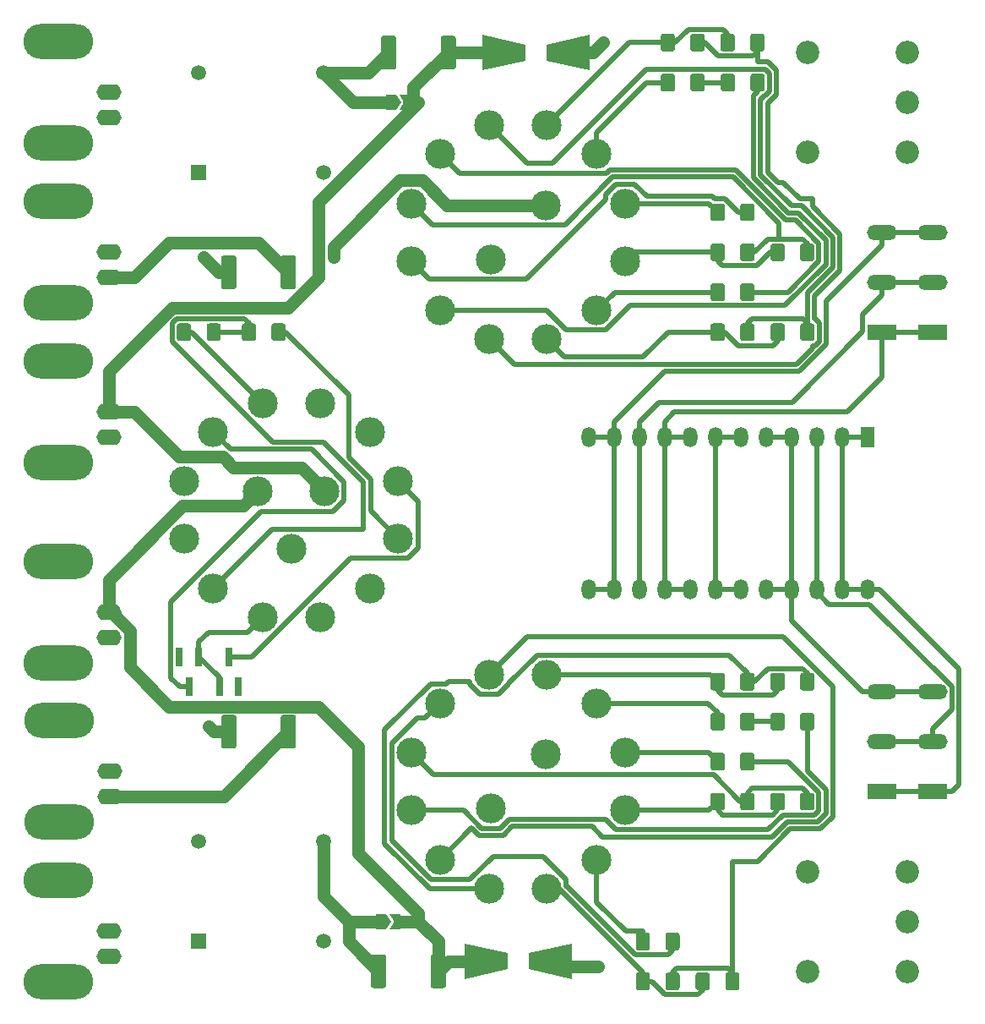
<source format=gbr>
G04 #@! TF.GenerationSoftware,KiCad,Pcbnew,(5.1.5)-3*
G04 #@! TF.CreationDate,2020-06-20T22:53:25+02:00*
G04 #@! TF.ProjectId,Tester,54657374-6572-42e6-9b69-6361645f7063,rev?*
G04 #@! TF.SameCoordinates,Original*
G04 #@! TF.FileFunction,Copper,L1,Top*
G04 #@! TF.FilePolarity,Positive*
%FSLAX46Y46*%
G04 Gerber Fmt 4.6, Leading zero omitted, Abs format (unit mm)*
G04 Created by KiCad (PCBNEW (5.1.5)-3) date 2020-06-20 22:53:25*
%MOMM*%
%LPD*%
G04 APERTURE LIST*
%ADD10C,2.340000*%
%ADD11O,1.440000X2.000000*%
%ADD12R,1.440000X2.000000*%
%ADD13O,3.000000X1.500000*%
%ADD14R,3.000000X1.500000*%
%ADD15C,0.100000*%
%ADD16C,1.520000*%
%ADD17R,1.520000X1.520000*%
%ADD18O,3.000000X3.000000*%
%ADD19O,2.500000X1.600000*%
%ADD20O,7.000000X3.500000*%
%ADD21R,0.800000X1.900000*%
%ADD22C,0.800000*%
%ADD23C,0.508000*%
%ADD24C,1.270000*%
%ADD25C,0.250000*%
G04 APERTURE END LIST*
D10*
X133000000Y-64000000D03*
X133000000Y-74000000D03*
X143000000Y-64000000D03*
X143000000Y-69000000D03*
X143000000Y-74000000D03*
D11*
X111060000Y-117740000D03*
X111060000Y-102500000D03*
X113600000Y-117740000D03*
X113600000Y-102500000D03*
X116140000Y-117740000D03*
X116140000Y-102500000D03*
X118680000Y-117740000D03*
X118680000Y-102500000D03*
X121220000Y-117740000D03*
X121220000Y-102500000D03*
X123760000Y-117740000D03*
X123760000Y-102500000D03*
X126300000Y-117740000D03*
X126300000Y-102500000D03*
X128840000Y-117740000D03*
X128840000Y-102500000D03*
X131380000Y-117740000D03*
X131380000Y-102500000D03*
X133920000Y-117740000D03*
X133920000Y-102500000D03*
X136460000Y-117740000D03*
X136460000Y-102500000D03*
X139000000Y-117740000D03*
D12*
X139000000Y-102500000D03*
D13*
X145500000Y-82000000D03*
X140500000Y-82000000D03*
X145500000Y-87000000D03*
X140500000Y-87000000D03*
D14*
X145500000Y-92000000D03*
X140500000Y-92000000D03*
D13*
X145500000Y-128000000D03*
X140500000Y-128000000D03*
X145500000Y-133000000D03*
X140500000Y-133000000D03*
D14*
X145500000Y-138000000D03*
X140500000Y-138000000D03*
G04 #@! TA.AperFunction,SMDPad,CuDef*
D15*
G36*
X98650000Y-156800000D02*
G01*
X98650000Y-153200000D01*
X102950000Y-154200000D01*
X102950000Y-155800000D01*
X98650000Y-156800000D01*
G37*
G04 #@! TD.AperFunction*
G04 #@! TA.AperFunction,SMDPad,CuDef*
G36*
X109350000Y-153200000D02*
G01*
X109350000Y-156800000D01*
X105050000Y-155800000D01*
X105050000Y-154200000D01*
X109350000Y-153200000D01*
G37*
G04 #@! TD.AperFunction*
G04 #@! TA.AperFunction,SMDPad,CuDef*
G36*
X111150000Y-62200000D02*
G01*
X111150000Y-65800000D01*
X106850000Y-64800000D01*
X106850000Y-63200000D01*
X111150000Y-62200000D01*
G37*
G04 #@! TD.AperFunction*
G04 #@! TA.AperFunction,SMDPad,CuDef*
G36*
X100450000Y-65800000D02*
G01*
X100450000Y-62200000D01*
X104750000Y-63200000D01*
X104750000Y-64800000D01*
X100450000Y-65800000D01*
G37*
G04 #@! TD.AperFunction*
G04 #@! TA.AperFunction,SMDPad,CuDef*
G36*
X91275000Y-151000000D02*
G01*
X90775000Y-151750000D01*
X89775000Y-151750000D01*
X89775000Y-150250000D01*
X90775000Y-150250000D01*
X91275000Y-151000000D01*
G37*
G04 #@! TD.AperFunction*
G04 #@! TA.AperFunction,SMDPad,CuDef*
G36*
X92225000Y-151750000D02*
G01*
X91075000Y-151750000D01*
X91575000Y-151000000D01*
X91075000Y-150250000D01*
X92225000Y-150250000D01*
X92225000Y-151750000D01*
G37*
G04 #@! TD.AperFunction*
G04 #@! TA.AperFunction,SMDPad,CuDef*
G36*
X92275000Y-69000000D02*
G01*
X91775000Y-69750000D01*
X90775000Y-69750000D01*
X90775000Y-68250000D01*
X91775000Y-68250000D01*
X92275000Y-69000000D01*
G37*
G04 #@! TD.AperFunction*
G04 #@! TA.AperFunction,SMDPad,CuDef*
G36*
X93225000Y-69750000D02*
G01*
X92075000Y-69750000D01*
X92575000Y-69000000D01*
X92075000Y-68250000D01*
X93225000Y-68250000D01*
X93225000Y-69750000D01*
G37*
G04 #@! TD.AperFunction*
D10*
X133000000Y-146000000D03*
X133000000Y-156000000D03*
X143000000Y-146000000D03*
X143000000Y-151000000D03*
X143000000Y-156000000D03*
G04 #@! TA.AperFunction,SMDPad,CuDef*
D15*
G36*
X96524505Y-154326204D02*
G01*
X96548773Y-154329804D01*
X96572572Y-154335765D01*
X96595671Y-154344030D01*
X96617850Y-154354520D01*
X96638893Y-154367132D01*
X96658599Y-154381747D01*
X96676777Y-154398223D01*
X96693253Y-154416401D01*
X96707868Y-154436107D01*
X96720480Y-154457150D01*
X96730970Y-154479329D01*
X96739235Y-154502428D01*
X96745196Y-154526227D01*
X96748796Y-154550495D01*
X96750000Y-154574999D01*
X96750000Y-157425001D01*
X96748796Y-157449505D01*
X96745196Y-157473773D01*
X96739235Y-157497572D01*
X96730970Y-157520671D01*
X96720480Y-157542850D01*
X96707868Y-157563893D01*
X96693253Y-157583599D01*
X96676777Y-157601777D01*
X96658599Y-157618253D01*
X96638893Y-157632868D01*
X96617850Y-157645480D01*
X96595671Y-157655970D01*
X96572572Y-157664235D01*
X96548773Y-157670196D01*
X96524505Y-157673796D01*
X96500001Y-157675000D01*
X95474999Y-157675000D01*
X95450495Y-157673796D01*
X95426227Y-157670196D01*
X95402428Y-157664235D01*
X95379329Y-157655970D01*
X95357150Y-157645480D01*
X95336107Y-157632868D01*
X95316401Y-157618253D01*
X95298223Y-157601777D01*
X95281747Y-157583599D01*
X95267132Y-157563893D01*
X95254520Y-157542850D01*
X95244030Y-157520671D01*
X95235765Y-157497572D01*
X95229804Y-157473773D01*
X95226204Y-157449505D01*
X95225000Y-157425001D01*
X95225000Y-154574999D01*
X95226204Y-154550495D01*
X95229804Y-154526227D01*
X95235765Y-154502428D01*
X95244030Y-154479329D01*
X95254520Y-154457150D01*
X95267132Y-154436107D01*
X95281747Y-154416401D01*
X95298223Y-154398223D01*
X95316401Y-154381747D01*
X95336107Y-154367132D01*
X95357150Y-154354520D01*
X95379329Y-154344030D01*
X95402428Y-154335765D01*
X95426227Y-154329804D01*
X95450495Y-154326204D01*
X95474999Y-154325000D01*
X96500001Y-154325000D01*
X96524505Y-154326204D01*
G37*
G04 #@! TD.AperFunction*
G04 #@! TA.AperFunction,SMDPad,CuDef*
G36*
X90549505Y-154326204D02*
G01*
X90573773Y-154329804D01*
X90597572Y-154335765D01*
X90620671Y-154344030D01*
X90642850Y-154354520D01*
X90663893Y-154367132D01*
X90683599Y-154381747D01*
X90701777Y-154398223D01*
X90718253Y-154416401D01*
X90732868Y-154436107D01*
X90745480Y-154457150D01*
X90755970Y-154479329D01*
X90764235Y-154502428D01*
X90770196Y-154526227D01*
X90773796Y-154550495D01*
X90775000Y-154574999D01*
X90775000Y-157425001D01*
X90773796Y-157449505D01*
X90770196Y-157473773D01*
X90764235Y-157497572D01*
X90755970Y-157520671D01*
X90745480Y-157542850D01*
X90732868Y-157563893D01*
X90718253Y-157583599D01*
X90701777Y-157601777D01*
X90683599Y-157618253D01*
X90663893Y-157632868D01*
X90642850Y-157645480D01*
X90620671Y-157655970D01*
X90597572Y-157664235D01*
X90573773Y-157670196D01*
X90549505Y-157673796D01*
X90525001Y-157675000D01*
X89499999Y-157675000D01*
X89475495Y-157673796D01*
X89451227Y-157670196D01*
X89427428Y-157664235D01*
X89404329Y-157655970D01*
X89382150Y-157645480D01*
X89361107Y-157632868D01*
X89341401Y-157618253D01*
X89323223Y-157601777D01*
X89306747Y-157583599D01*
X89292132Y-157563893D01*
X89279520Y-157542850D01*
X89269030Y-157520671D01*
X89260765Y-157497572D01*
X89254804Y-157473773D01*
X89251204Y-157449505D01*
X89250000Y-157425001D01*
X89250000Y-154574999D01*
X89251204Y-154550495D01*
X89254804Y-154526227D01*
X89260765Y-154502428D01*
X89269030Y-154479329D01*
X89279520Y-154457150D01*
X89292132Y-154436107D01*
X89306747Y-154416401D01*
X89323223Y-154398223D01*
X89341401Y-154381747D01*
X89361107Y-154367132D01*
X89382150Y-154354520D01*
X89404329Y-154344030D01*
X89427428Y-154335765D01*
X89451227Y-154329804D01*
X89475495Y-154326204D01*
X89499999Y-154325000D01*
X90525001Y-154325000D01*
X90549505Y-154326204D01*
G37*
G04 #@! TD.AperFunction*
G04 #@! TA.AperFunction,SMDPad,CuDef*
G36*
X97524505Y-62326204D02*
G01*
X97548773Y-62329804D01*
X97572572Y-62335765D01*
X97595671Y-62344030D01*
X97617850Y-62354520D01*
X97638893Y-62367132D01*
X97658599Y-62381747D01*
X97676777Y-62398223D01*
X97693253Y-62416401D01*
X97707868Y-62436107D01*
X97720480Y-62457150D01*
X97730970Y-62479329D01*
X97739235Y-62502428D01*
X97745196Y-62526227D01*
X97748796Y-62550495D01*
X97750000Y-62574999D01*
X97750000Y-65425001D01*
X97748796Y-65449505D01*
X97745196Y-65473773D01*
X97739235Y-65497572D01*
X97730970Y-65520671D01*
X97720480Y-65542850D01*
X97707868Y-65563893D01*
X97693253Y-65583599D01*
X97676777Y-65601777D01*
X97658599Y-65618253D01*
X97638893Y-65632868D01*
X97617850Y-65645480D01*
X97595671Y-65655970D01*
X97572572Y-65664235D01*
X97548773Y-65670196D01*
X97524505Y-65673796D01*
X97500001Y-65675000D01*
X96474999Y-65675000D01*
X96450495Y-65673796D01*
X96426227Y-65670196D01*
X96402428Y-65664235D01*
X96379329Y-65655970D01*
X96357150Y-65645480D01*
X96336107Y-65632868D01*
X96316401Y-65618253D01*
X96298223Y-65601777D01*
X96281747Y-65583599D01*
X96267132Y-65563893D01*
X96254520Y-65542850D01*
X96244030Y-65520671D01*
X96235765Y-65497572D01*
X96229804Y-65473773D01*
X96226204Y-65449505D01*
X96225000Y-65425001D01*
X96225000Y-62574999D01*
X96226204Y-62550495D01*
X96229804Y-62526227D01*
X96235765Y-62502428D01*
X96244030Y-62479329D01*
X96254520Y-62457150D01*
X96267132Y-62436107D01*
X96281747Y-62416401D01*
X96298223Y-62398223D01*
X96316401Y-62381747D01*
X96336107Y-62367132D01*
X96357150Y-62354520D01*
X96379329Y-62344030D01*
X96402428Y-62335765D01*
X96426227Y-62329804D01*
X96450495Y-62326204D01*
X96474999Y-62325000D01*
X97500001Y-62325000D01*
X97524505Y-62326204D01*
G37*
G04 #@! TD.AperFunction*
G04 #@! TA.AperFunction,SMDPad,CuDef*
G36*
X91549505Y-62326204D02*
G01*
X91573773Y-62329804D01*
X91597572Y-62335765D01*
X91620671Y-62344030D01*
X91642850Y-62354520D01*
X91663893Y-62367132D01*
X91683599Y-62381747D01*
X91701777Y-62398223D01*
X91718253Y-62416401D01*
X91732868Y-62436107D01*
X91745480Y-62457150D01*
X91755970Y-62479329D01*
X91764235Y-62502428D01*
X91770196Y-62526227D01*
X91773796Y-62550495D01*
X91775000Y-62574999D01*
X91775000Y-65425001D01*
X91773796Y-65449505D01*
X91770196Y-65473773D01*
X91764235Y-65497572D01*
X91755970Y-65520671D01*
X91745480Y-65542850D01*
X91732868Y-65563893D01*
X91718253Y-65583599D01*
X91701777Y-65601777D01*
X91683599Y-65618253D01*
X91663893Y-65632868D01*
X91642850Y-65645480D01*
X91620671Y-65655970D01*
X91597572Y-65664235D01*
X91573773Y-65670196D01*
X91549505Y-65673796D01*
X91525001Y-65675000D01*
X90499999Y-65675000D01*
X90475495Y-65673796D01*
X90451227Y-65670196D01*
X90427428Y-65664235D01*
X90404329Y-65655970D01*
X90382150Y-65645480D01*
X90361107Y-65632868D01*
X90341401Y-65618253D01*
X90323223Y-65601777D01*
X90306747Y-65583599D01*
X90292132Y-65563893D01*
X90279520Y-65542850D01*
X90269030Y-65520671D01*
X90260765Y-65497572D01*
X90254804Y-65473773D01*
X90251204Y-65449505D01*
X90250000Y-65425001D01*
X90250000Y-62574999D01*
X90251204Y-62550495D01*
X90254804Y-62526227D01*
X90260765Y-62502428D01*
X90269030Y-62479329D01*
X90279520Y-62457150D01*
X90292132Y-62436107D01*
X90306747Y-62416401D01*
X90323223Y-62398223D01*
X90341401Y-62381747D01*
X90361107Y-62367132D01*
X90382150Y-62354520D01*
X90404329Y-62344030D01*
X90427428Y-62335765D01*
X90451227Y-62329804D01*
X90475495Y-62326204D01*
X90499999Y-62325000D01*
X91525001Y-62325000D01*
X91549505Y-62326204D01*
G37*
G04 #@! TD.AperFunction*
G04 #@! TA.AperFunction,SMDPad,CuDef*
G36*
X81512005Y-84326204D02*
G01*
X81536273Y-84329804D01*
X81560072Y-84335765D01*
X81583171Y-84344030D01*
X81605350Y-84354520D01*
X81626393Y-84367132D01*
X81646099Y-84381747D01*
X81664277Y-84398223D01*
X81680753Y-84416401D01*
X81695368Y-84436107D01*
X81707980Y-84457150D01*
X81718470Y-84479329D01*
X81726735Y-84502428D01*
X81732696Y-84526227D01*
X81736296Y-84550495D01*
X81737500Y-84574999D01*
X81737500Y-87425001D01*
X81736296Y-87449505D01*
X81732696Y-87473773D01*
X81726735Y-87497572D01*
X81718470Y-87520671D01*
X81707980Y-87542850D01*
X81695368Y-87563893D01*
X81680753Y-87583599D01*
X81664277Y-87601777D01*
X81646099Y-87618253D01*
X81626393Y-87632868D01*
X81605350Y-87645480D01*
X81583171Y-87655970D01*
X81560072Y-87664235D01*
X81536273Y-87670196D01*
X81512005Y-87673796D01*
X81487501Y-87675000D01*
X80462499Y-87675000D01*
X80437995Y-87673796D01*
X80413727Y-87670196D01*
X80389928Y-87664235D01*
X80366829Y-87655970D01*
X80344650Y-87645480D01*
X80323607Y-87632868D01*
X80303901Y-87618253D01*
X80285723Y-87601777D01*
X80269247Y-87583599D01*
X80254632Y-87563893D01*
X80242020Y-87542850D01*
X80231530Y-87520671D01*
X80223265Y-87497572D01*
X80217304Y-87473773D01*
X80213704Y-87449505D01*
X80212500Y-87425001D01*
X80212500Y-84574999D01*
X80213704Y-84550495D01*
X80217304Y-84526227D01*
X80223265Y-84502428D01*
X80231530Y-84479329D01*
X80242020Y-84457150D01*
X80254632Y-84436107D01*
X80269247Y-84416401D01*
X80285723Y-84398223D01*
X80303901Y-84381747D01*
X80323607Y-84367132D01*
X80344650Y-84354520D01*
X80366829Y-84344030D01*
X80389928Y-84335765D01*
X80413727Y-84329804D01*
X80437995Y-84326204D01*
X80462499Y-84325000D01*
X81487501Y-84325000D01*
X81512005Y-84326204D01*
G37*
G04 #@! TD.AperFunction*
G04 #@! TA.AperFunction,SMDPad,CuDef*
G36*
X75537005Y-84326204D02*
G01*
X75561273Y-84329804D01*
X75585072Y-84335765D01*
X75608171Y-84344030D01*
X75630350Y-84354520D01*
X75651393Y-84367132D01*
X75671099Y-84381747D01*
X75689277Y-84398223D01*
X75705753Y-84416401D01*
X75720368Y-84436107D01*
X75732980Y-84457150D01*
X75743470Y-84479329D01*
X75751735Y-84502428D01*
X75757696Y-84526227D01*
X75761296Y-84550495D01*
X75762500Y-84574999D01*
X75762500Y-87425001D01*
X75761296Y-87449505D01*
X75757696Y-87473773D01*
X75751735Y-87497572D01*
X75743470Y-87520671D01*
X75732980Y-87542850D01*
X75720368Y-87563893D01*
X75705753Y-87583599D01*
X75689277Y-87601777D01*
X75671099Y-87618253D01*
X75651393Y-87632868D01*
X75630350Y-87645480D01*
X75608171Y-87655970D01*
X75585072Y-87664235D01*
X75561273Y-87670196D01*
X75537005Y-87673796D01*
X75512501Y-87675000D01*
X74487499Y-87675000D01*
X74462995Y-87673796D01*
X74438727Y-87670196D01*
X74414928Y-87664235D01*
X74391829Y-87655970D01*
X74369650Y-87645480D01*
X74348607Y-87632868D01*
X74328901Y-87618253D01*
X74310723Y-87601777D01*
X74294247Y-87583599D01*
X74279632Y-87563893D01*
X74267020Y-87542850D01*
X74256530Y-87520671D01*
X74248265Y-87497572D01*
X74242304Y-87473773D01*
X74238704Y-87449505D01*
X74237500Y-87425001D01*
X74237500Y-84574999D01*
X74238704Y-84550495D01*
X74242304Y-84526227D01*
X74248265Y-84502428D01*
X74256530Y-84479329D01*
X74267020Y-84457150D01*
X74279632Y-84436107D01*
X74294247Y-84416401D01*
X74310723Y-84398223D01*
X74328901Y-84381747D01*
X74348607Y-84367132D01*
X74369650Y-84354520D01*
X74391829Y-84344030D01*
X74414928Y-84335765D01*
X74438727Y-84329804D01*
X74462995Y-84326204D01*
X74487499Y-84325000D01*
X75512501Y-84325000D01*
X75537005Y-84326204D01*
G37*
G04 #@! TD.AperFunction*
G04 #@! TA.AperFunction,SMDPad,CuDef*
G36*
X81512005Y-130326204D02*
G01*
X81536273Y-130329804D01*
X81560072Y-130335765D01*
X81583171Y-130344030D01*
X81605350Y-130354520D01*
X81626393Y-130367132D01*
X81646099Y-130381747D01*
X81664277Y-130398223D01*
X81680753Y-130416401D01*
X81695368Y-130436107D01*
X81707980Y-130457150D01*
X81718470Y-130479329D01*
X81726735Y-130502428D01*
X81732696Y-130526227D01*
X81736296Y-130550495D01*
X81737500Y-130574999D01*
X81737500Y-133425001D01*
X81736296Y-133449505D01*
X81732696Y-133473773D01*
X81726735Y-133497572D01*
X81718470Y-133520671D01*
X81707980Y-133542850D01*
X81695368Y-133563893D01*
X81680753Y-133583599D01*
X81664277Y-133601777D01*
X81646099Y-133618253D01*
X81626393Y-133632868D01*
X81605350Y-133645480D01*
X81583171Y-133655970D01*
X81560072Y-133664235D01*
X81536273Y-133670196D01*
X81512005Y-133673796D01*
X81487501Y-133675000D01*
X80462499Y-133675000D01*
X80437995Y-133673796D01*
X80413727Y-133670196D01*
X80389928Y-133664235D01*
X80366829Y-133655970D01*
X80344650Y-133645480D01*
X80323607Y-133632868D01*
X80303901Y-133618253D01*
X80285723Y-133601777D01*
X80269247Y-133583599D01*
X80254632Y-133563893D01*
X80242020Y-133542850D01*
X80231530Y-133520671D01*
X80223265Y-133497572D01*
X80217304Y-133473773D01*
X80213704Y-133449505D01*
X80212500Y-133425001D01*
X80212500Y-130574999D01*
X80213704Y-130550495D01*
X80217304Y-130526227D01*
X80223265Y-130502428D01*
X80231530Y-130479329D01*
X80242020Y-130457150D01*
X80254632Y-130436107D01*
X80269247Y-130416401D01*
X80285723Y-130398223D01*
X80303901Y-130381747D01*
X80323607Y-130367132D01*
X80344650Y-130354520D01*
X80366829Y-130344030D01*
X80389928Y-130335765D01*
X80413727Y-130329804D01*
X80437995Y-130326204D01*
X80462499Y-130325000D01*
X81487501Y-130325000D01*
X81512005Y-130326204D01*
G37*
G04 #@! TD.AperFunction*
G04 #@! TA.AperFunction,SMDPad,CuDef*
G36*
X75537005Y-130326204D02*
G01*
X75561273Y-130329804D01*
X75585072Y-130335765D01*
X75608171Y-130344030D01*
X75630350Y-130354520D01*
X75651393Y-130367132D01*
X75671099Y-130381747D01*
X75689277Y-130398223D01*
X75705753Y-130416401D01*
X75720368Y-130436107D01*
X75732980Y-130457150D01*
X75743470Y-130479329D01*
X75751735Y-130502428D01*
X75757696Y-130526227D01*
X75761296Y-130550495D01*
X75762500Y-130574999D01*
X75762500Y-133425001D01*
X75761296Y-133449505D01*
X75757696Y-133473773D01*
X75751735Y-133497572D01*
X75743470Y-133520671D01*
X75732980Y-133542850D01*
X75720368Y-133563893D01*
X75705753Y-133583599D01*
X75689277Y-133601777D01*
X75671099Y-133618253D01*
X75651393Y-133632868D01*
X75630350Y-133645480D01*
X75608171Y-133655970D01*
X75585072Y-133664235D01*
X75561273Y-133670196D01*
X75537005Y-133673796D01*
X75512501Y-133675000D01*
X74487499Y-133675000D01*
X74462995Y-133673796D01*
X74438727Y-133670196D01*
X74414928Y-133664235D01*
X74391829Y-133655970D01*
X74369650Y-133645480D01*
X74348607Y-133632868D01*
X74328901Y-133618253D01*
X74310723Y-133601777D01*
X74294247Y-133583599D01*
X74279632Y-133563893D01*
X74267020Y-133542850D01*
X74256530Y-133520671D01*
X74248265Y-133497572D01*
X74242304Y-133473773D01*
X74238704Y-133449505D01*
X74237500Y-133425001D01*
X74237500Y-130574999D01*
X74238704Y-130550495D01*
X74242304Y-130526227D01*
X74248265Y-130502428D01*
X74256530Y-130479329D01*
X74267020Y-130457150D01*
X74279632Y-130436107D01*
X74294247Y-130416401D01*
X74310723Y-130398223D01*
X74328901Y-130381747D01*
X74348607Y-130367132D01*
X74369650Y-130354520D01*
X74391829Y-130344030D01*
X74414928Y-130335765D01*
X74438727Y-130329804D01*
X74462995Y-130326204D01*
X74487499Y-130325000D01*
X75512501Y-130325000D01*
X75537005Y-130326204D01*
G37*
G04 #@! TD.AperFunction*
D16*
X84500000Y-153000000D03*
X84500000Y-143000000D03*
D17*
X72000000Y-153000000D03*
D16*
X72000000Y-143000000D03*
X84500000Y-76000000D03*
X84500000Y-66000000D03*
D17*
X72000000Y-76000000D03*
D16*
X72000000Y-66000000D03*
D18*
X84600000Y-107900000D03*
X81265803Y-113674999D03*
X77931606Y-107900000D03*
X78392912Y-99103223D03*
X73416918Y-101976114D03*
X70544027Y-106952108D03*
X70544027Y-112697890D03*
X73416918Y-117673884D03*
X78392912Y-120546775D03*
X84138694Y-120546775D03*
X89114688Y-117673884D03*
X91987579Y-112697890D03*
X91987579Y-106952108D03*
X89114688Y-101976114D03*
X84138694Y-99103223D03*
X106722361Y-134277639D03*
X101277639Y-139722361D03*
X101127109Y-126278224D03*
X96151115Y-129151115D03*
X93278224Y-134127109D03*
X93278224Y-139872891D03*
X96151115Y-144848885D03*
X101127109Y-147721776D03*
X106872891Y-147721776D03*
X111848885Y-144848885D03*
X114721776Y-139872891D03*
X114721776Y-134127109D03*
X111848885Y-129151115D03*
X106872891Y-126278224D03*
X106722361Y-79277639D03*
X101277639Y-84722361D03*
X101127109Y-71278224D03*
X96151115Y-74151115D03*
X93278224Y-79127109D03*
X93278224Y-84872891D03*
X96151115Y-89848885D03*
X101127109Y-92721776D03*
X106872891Y-92721776D03*
X111848885Y-89848885D03*
X114721776Y-84872891D03*
X114721776Y-79127109D03*
X111848885Y-74151115D03*
X106872891Y-71278224D03*
G04 #@! TA.AperFunction,SMDPad,CuDef*
D15*
G36*
X73974504Y-91126204D02*
G01*
X73998773Y-91129804D01*
X74022571Y-91135765D01*
X74045671Y-91144030D01*
X74067849Y-91154520D01*
X74088893Y-91167133D01*
X74108598Y-91181747D01*
X74126777Y-91198223D01*
X74143253Y-91216402D01*
X74157867Y-91236107D01*
X74170480Y-91257151D01*
X74180970Y-91279329D01*
X74189235Y-91302429D01*
X74195196Y-91326227D01*
X74198796Y-91350496D01*
X74200000Y-91375000D01*
X74200000Y-92625000D01*
X74198796Y-92649504D01*
X74195196Y-92673773D01*
X74189235Y-92697571D01*
X74180970Y-92720671D01*
X74170480Y-92742849D01*
X74157867Y-92763893D01*
X74143253Y-92783598D01*
X74126777Y-92801777D01*
X74108598Y-92818253D01*
X74088893Y-92832867D01*
X74067849Y-92845480D01*
X74045671Y-92855970D01*
X74022571Y-92864235D01*
X73998773Y-92870196D01*
X73974504Y-92873796D01*
X73950000Y-92875000D01*
X73025000Y-92875000D01*
X73000496Y-92873796D01*
X72976227Y-92870196D01*
X72952429Y-92864235D01*
X72929329Y-92855970D01*
X72907151Y-92845480D01*
X72886107Y-92832867D01*
X72866402Y-92818253D01*
X72848223Y-92801777D01*
X72831747Y-92783598D01*
X72817133Y-92763893D01*
X72804520Y-92742849D01*
X72794030Y-92720671D01*
X72785765Y-92697571D01*
X72779804Y-92673773D01*
X72776204Y-92649504D01*
X72775000Y-92625000D01*
X72775000Y-91375000D01*
X72776204Y-91350496D01*
X72779804Y-91326227D01*
X72785765Y-91302429D01*
X72794030Y-91279329D01*
X72804520Y-91257151D01*
X72817133Y-91236107D01*
X72831747Y-91216402D01*
X72848223Y-91198223D01*
X72866402Y-91181747D01*
X72886107Y-91167133D01*
X72907151Y-91154520D01*
X72929329Y-91144030D01*
X72952429Y-91135765D01*
X72976227Y-91129804D01*
X73000496Y-91126204D01*
X73025000Y-91125000D01*
X73950000Y-91125000D01*
X73974504Y-91126204D01*
G37*
G04 #@! TD.AperFunction*
G04 #@! TA.AperFunction,SMDPad,CuDef*
G36*
X70999504Y-91126204D02*
G01*
X71023773Y-91129804D01*
X71047571Y-91135765D01*
X71070671Y-91144030D01*
X71092849Y-91154520D01*
X71113893Y-91167133D01*
X71133598Y-91181747D01*
X71151777Y-91198223D01*
X71168253Y-91216402D01*
X71182867Y-91236107D01*
X71195480Y-91257151D01*
X71205970Y-91279329D01*
X71214235Y-91302429D01*
X71220196Y-91326227D01*
X71223796Y-91350496D01*
X71225000Y-91375000D01*
X71225000Y-92625000D01*
X71223796Y-92649504D01*
X71220196Y-92673773D01*
X71214235Y-92697571D01*
X71205970Y-92720671D01*
X71195480Y-92742849D01*
X71182867Y-92763893D01*
X71168253Y-92783598D01*
X71151777Y-92801777D01*
X71133598Y-92818253D01*
X71113893Y-92832867D01*
X71092849Y-92845480D01*
X71070671Y-92855970D01*
X71047571Y-92864235D01*
X71023773Y-92870196D01*
X70999504Y-92873796D01*
X70975000Y-92875000D01*
X70050000Y-92875000D01*
X70025496Y-92873796D01*
X70001227Y-92870196D01*
X69977429Y-92864235D01*
X69954329Y-92855970D01*
X69932151Y-92845480D01*
X69911107Y-92832867D01*
X69891402Y-92818253D01*
X69873223Y-92801777D01*
X69856747Y-92783598D01*
X69842133Y-92763893D01*
X69829520Y-92742849D01*
X69819030Y-92720671D01*
X69810765Y-92697571D01*
X69804804Y-92673773D01*
X69801204Y-92649504D01*
X69800000Y-92625000D01*
X69800000Y-91375000D01*
X69801204Y-91350496D01*
X69804804Y-91326227D01*
X69810765Y-91302429D01*
X69819030Y-91279329D01*
X69829520Y-91257151D01*
X69842133Y-91236107D01*
X69856747Y-91216402D01*
X69873223Y-91198223D01*
X69891402Y-91181747D01*
X69911107Y-91167133D01*
X69932151Y-91154520D01*
X69954329Y-91144030D01*
X69977429Y-91135765D01*
X70001227Y-91129804D01*
X70025496Y-91126204D01*
X70050000Y-91125000D01*
X70975000Y-91125000D01*
X70999504Y-91126204D01*
G37*
G04 #@! TD.AperFunction*
G04 #@! TA.AperFunction,SMDPad,CuDef*
G36*
X80487004Y-91126204D02*
G01*
X80511273Y-91129804D01*
X80535071Y-91135765D01*
X80558171Y-91144030D01*
X80580349Y-91154520D01*
X80601393Y-91167133D01*
X80621098Y-91181747D01*
X80639277Y-91198223D01*
X80655753Y-91216402D01*
X80670367Y-91236107D01*
X80682980Y-91257151D01*
X80693470Y-91279329D01*
X80701735Y-91302429D01*
X80707696Y-91326227D01*
X80711296Y-91350496D01*
X80712500Y-91375000D01*
X80712500Y-92625000D01*
X80711296Y-92649504D01*
X80707696Y-92673773D01*
X80701735Y-92697571D01*
X80693470Y-92720671D01*
X80682980Y-92742849D01*
X80670367Y-92763893D01*
X80655753Y-92783598D01*
X80639277Y-92801777D01*
X80621098Y-92818253D01*
X80601393Y-92832867D01*
X80580349Y-92845480D01*
X80558171Y-92855970D01*
X80535071Y-92864235D01*
X80511273Y-92870196D01*
X80487004Y-92873796D01*
X80462500Y-92875000D01*
X79537500Y-92875000D01*
X79512996Y-92873796D01*
X79488727Y-92870196D01*
X79464929Y-92864235D01*
X79441829Y-92855970D01*
X79419651Y-92845480D01*
X79398607Y-92832867D01*
X79378902Y-92818253D01*
X79360723Y-92801777D01*
X79344247Y-92783598D01*
X79329633Y-92763893D01*
X79317020Y-92742849D01*
X79306530Y-92720671D01*
X79298265Y-92697571D01*
X79292304Y-92673773D01*
X79288704Y-92649504D01*
X79287500Y-92625000D01*
X79287500Y-91375000D01*
X79288704Y-91350496D01*
X79292304Y-91326227D01*
X79298265Y-91302429D01*
X79306530Y-91279329D01*
X79317020Y-91257151D01*
X79329633Y-91236107D01*
X79344247Y-91216402D01*
X79360723Y-91198223D01*
X79378902Y-91181747D01*
X79398607Y-91167133D01*
X79419651Y-91154520D01*
X79441829Y-91144030D01*
X79464929Y-91135765D01*
X79488727Y-91129804D01*
X79512996Y-91126204D01*
X79537500Y-91125000D01*
X80462500Y-91125000D01*
X80487004Y-91126204D01*
G37*
G04 #@! TD.AperFunction*
G04 #@! TA.AperFunction,SMDPad,CuDef*
G36*
X77512004Y-91126204D02*
G01*
X77536273Y-91129804D01*
X77560071Y-91135765D01*
X77583171Y-91144030D01*
X77605349Y-91154520D01*
X77626393Y-91167133D01*
X77646098Y-91181747D01*
X77664277Y-91198223D01*
X77680753Y-91216402D01*
X77695367Y-91236107D01*
X77707980Y-91257151D01*
X77718470Y-91279329D01*
X77726735Y-91302429D01*
X77732696Y-91326227D01*
X77736296Y-91350496D01*
X77737500Y-91375000D01*
X77737500Y-92625000D01*
X77736296Y-92649504D01*
X77732696Y-92673773D01*
X77726735Y-92697571D01*
X77718470Y-92720671D01*
X77707980Y-92742849D01*
X77695367Y-92763893D01*
X77680753Y-92783598D01*
X77664277Y-92801777D01*
X77646098Y-92818253D01*
X77626393Y-92832867D01*
X77605349Y-92845480D01*
X77583171Y-92855970D01*
X77560071Y-92864235D01*
X77536273Y-92870196D01*
X77512004Y-92873796D01*
X77487500Y-92875000D01*
X76562500Y-92875000D01*
X76537996Y-92873796D01*
X76513727Y-92870196D01*
X76489929Y-92864235D01*
X76466829Y-92855970D01*
X76444651Y-92845480D01*
X76423607Y-92832867D01*
X76403902Y-92818253D01*
X76385723Y-92801777D01*
X76369247Y-92783598D01*
X76354633Y-92763893D01*
X76342020Y-92742849D01*
X76331530Y-92720671D01*
X76323265Y-92697571D01*
X76317304Y-92673773D01*
X76313704Y-92649504D01*
X76312500Y-92625000D01*
X76312500Y-91375000D01*
X76313704Y-91350496D01*
X76317304Y-91326227D01*
X76323265Y-91302429D01*
X76331530Y-91279329D01*
X76342020Y-91257151D01*
X76354633Y-91236107D01*
X76369247Y-91216402D01*
X76385723Y-91198223D01*
X76403902Y-91181747D01*
X76423607Y-91167133D01*
X76444651Y-91154520D01*
X76466829Y-91144030D01*
X76489929Y-91135765D01*
X76513727Y-91129804D01*
X76537996Y-91126204D01*
X76562500Y-91125000D01*
X77487500Y-91125000D01*
X77512004Y-91126204D01*
G37*
G04 #@! TD.AperFunction*
G04 #@! TA.AperFunction,SMDPad,CuDef*
G36*
X124487004Y-130126204D02*
G01*
X124511273Y-130129804D01*
X124535071Y-130135765D01*
X124558171Y-130144030D01*
X124580349Y-130154520D01*
X124601393Y-130167133D01*
X124621098Y-130181747D01*
X124639277Y-130198223D01*
X124655753Y-130216402D01*
X124670367Y-130236107D01*
X124682980Y-130257151D01*
X124693470Y-130279329D01*
X124701735Y-130302429D01*
X124707696Y-130326227D01*
X124711296Y-130350496D01*
X124712500Y-130375000D01*
X124712500Y-131625000D01*
X124711296Y-131649504D01*
X124707696Y-131673773D01*
X124701735Y-131697571D01*
X124693470Y-131720671D01*
X124682980Y-131742849D01*
X124670367Y-131763893D01*
X124655753Y-131783598D01*
X124639277Y-131801777D01*
X124621098Y-131818253D01*
X124601393Y-131832867D01*
X124580349Y-131845480D01*
X124558171Y-131855970D01*
X124535071Y-131864235D01*
X124511273Y-131870196D01*
X124487004Y-131873796D01*
X124462500Y-131875000D01*
X123537500Y-131875000D01*
X123512996Y-131873796D01*
X123488727Y-131870196D01*
X123464929Y-131864235D01*
X123441829Y-131855970D01*
X123419651Y-131845480D01*
X123398607Y-131832867D01*
X123378902Y-131818253D01*
X123360723Y-131801777D01*
X123344247Y-131783598D01*
X123329633Y-131763893D01*
X123317020Y-131742849D01*
X123306530Y-131720671D01*
X123298265Y-131697571D01*
X123292304Y-131673773D01*
X123288704Y-131649504D01*
X123287500Y-131625000D01*
X123287500Y-130375000D01*
X123288704Y-130350496D01*
X123292304Y-130326227D01*
X123298265Y-130302429D01*
X123306530Y-130279329D01*
X123317020Y-130257151D01*
X123329633Y-130236107D01*
X123344247Y-130216402D01*
X123360723Y-130198223D01*
X123378902Y-130181747D01*
X123398607Y-130167133D01*
X123419651Y-130154520D01*
X123441829Y-130144030D01*
X123464929Y-130135765D01*
X123488727Y-130129804D01*
X123512996Y-130126204D01*
X123537500Y-130125000D01*
X124462500Y-130125000D01*
X124487004Y-130126204D01*
G37*
G04 #@! TD.AperFunction*
G04 #@! TA.AperFunction,SMDPad,CuDef*
G36*
X127462004Y-130126204D02*
G01*
X127486273Y-130129804D01*
X127510071Y-130135765D01*
X127533171Y-130144030D01*
X127555349Y-130154520D01*
X127576393Y-130167133D01*
X127596098Y-130181747D01*
X127614277Y-130198223D01*
X127630753Y-130216402D01*
X127645367Y-130236107D01*
X127657980Y-130257151D01*
X127668470Y-130279329D01*
X127676735Y-130302429D01*
X127682696Y-130326227D01*
X127686296Y-130350496D01*
X127687500Y-130375000D01*
X127687500Y-131625000D01*
X127686296Y-131649504D01*
X127682696Y-131673773D01*
X127676735Y-131697571D01*
X127668470Y-131720671D01*
X127657980Y-131742849D01*
X127645367Y-131763893D01*
X127630753Y-131783598D01*
X127614277Y-131801777D01*
X127596098Y-131818253D01*
X127576393Y-131832867D01*
X127555349Y-131845480D01*
X127533171Y-131855970D01*
X127510071Y-131864235D01*
X127486273Y-131870196D01*
X127462004Y-131873796D01*
X127437500Y-131875000D01*
X126512500Y-131875000D01*
X126487996Y-131873796D01*
X126463727Y-131870196D01*
X126439929Y-131864235D01*
X126416829Y-131855970D01*
X126394651Y-131845480D01*
X126373607Y-131832867D01*
X126353902Y-131818253D01*
X126335723Y-131801777D01*
X126319247Y-131783598D01*
X126304633Y-131763893D01*
X126292020Y-131742849D01*
X126281530Y-131720671D01*
X126273265Y-131697571D01*
X126267304Y-131673773D01*
X126263704Y-131649504D01*
X126262500Y-131625000D01*
X126262500Y-130375000D01*
X126263704Y-130350496D01*
X126267304Y-130326227D01*
X126273265Y-130302429D01*
X126281530Y-130279329D01*
X126292020Y-130257151D01*
X126304633Y-130236107D01*
X126319247Y-130216402D01*
X126335723Y-130198223D01*
X126353902Y-130181747D01*
X126373607Y-130167133D01*
X126394651Y-130154520D01*
X126416829Y-130144030D01*
X126439929Y-130135765D01*
X126463727Y-130129804D01*
X126487996Y-130126204D01*
X126512500Y-130125000D01*
X127437500Y-130125000D01*
X127462004Y-130126204D01*
G37*
G04 #@! TD.AperFunction*
G04 #@! TA.AperFunction,SMDPad,CuDef*
G36*
X119487004Y-66126204D02*
G01*
X119511273Y-66129804D01*
X119535071Y-66135765D01*
X119558171Y-66144030D01*
X119580349Y-66154520D01*
X119601393Y-66167133D01*
X119621098Y-66181747D01*
X119639277Y-66198223D01*
X119655753Y-66216402D01*
X119670367Y-66236107D01*
X119682980Y-66257151D01*
X119693470Y-66279329D01*
X119701735Y-66302429D01*
X119707696Y-66326227D01*
X119711296Y-66350496D01*
X119712500Y-66375000D01*
X119712500Y-67625000D01*
X119711296Y-67649504D01*
X119707696Y-67673773D01*
X119701735Y-67697571D01*
X119693470Y-67720671D01*
X119682980Y-67742849D01*
X119670367Y-67763893D01*
X119655753Y-67783598D01*
X119639277Y-67801777D01*
X119621098Y-67818253D01*
X119601393Y-67832867D01*
X119580349Y-67845480D01*
X119558171Y-67855970D01*
X119535071Y-67864235D01*
X119511273Y-67870196D01*
X119487004Y-67873796D01*
X119462500Y-67875000D01*
X118537500Y-67875000D01*
X118512996Y-67873796D01*
X118488727Y-67870196D01*
X118464929Y-67864235D01*
X118441829Y-67855970D01*
X118419651Y-67845480D01*
X118398607Y-67832867D01*
X118378902Y-67818253D01*
X118360723Y-67801777D01*
X118344247Y-67783598D01*
X118329633Y-67763893D01*
X118317020Y-67742849D01*
X118306530Y-67720671D01*
X118298265Y-67697571D01*
X118292304Y-67673773D01*
X118288704Y-67649504D01*
X118287500Y-67625000D01*
X118287500Y-66375000D01*
X118288704Y-66350496D01*
X118292304Y-66326227D01*
X118298265Y-66302429D01*
X118306530Y-66279329D01*
X118317020Y-66257151D01*
X118329633Y-66236107D01*
X118344247Y-66216402D01*
X118360723Y-66198223D01*
X118378902Y-66181747D01*
X118398607Y-66167133D01*
X118419651Y-66154520D01*
X118441829Y-66144030D01*
X118464929Y-66135765D01*
X118488727Y-66129804D01*
X118512996Y-66126204D01*
X118537500Y-66125000D01*
X119462500Y-66125000D01*
X119487004Y-66126204D01*
G37*
G04 #@! TD.AperFunction*
G04 #@! TA.AperFunction,SMDPad,CuDef*
G36*
X122462004Y-66126204D02*
G01*
X122486273Y-66129804D01*
X122510071Y-66135765D01*
X122533171Y-66144030D01*
X122555349Y-66154520D01*
X122576393Y-66167133D01*
X122596098Y-66181747D01*
X122614277Y-66198223D01*
X122630753Y-66216402D01*
X122645367Y-66236107D01*
X122657980Y-66257151D01*
X122668470Y-66279329D01*
X122676735Y-66302429D01*
X122682696Y-66326227D01*
X122686296Y-66350496D01*
X122687500Y-66375000D01*
X122687500Y-67625000D01*
X122686296Y-67649504D01*
X122682696Y-67673773D01*
X122676735Y-67697571D01*
X122668470Y-67720671D01*
X122657980Y-67742849D01*
X122645367Y-67763893D01*
X122630753Y-67783598D01*
X122614277Y-67801777D01*
X122596098Y-67818253D01*
X122576393Y-67832867D01*
X122555349Y-67845480D01*
X122533171Y-67855970D01*
X122510071Y-67864235D01*
X122486273Y-67870196D01*
X122462004Y-67873796D01*
X122437500Y-67875000D01*
X121512500Y-67875000D01*
X121487996Y-67873796D01*
X121463727Y-67870196D01*
X121439929Y-67864235D01*
X121416829Y-67855970D01*
X121394651Y-67845480D01*
X121373607Y-67832867D01*
X121353902Y-67818253D01*
X121335723Y-67801777D01*
X121319247Y-67783598D01*
X121304633Y-67763893D01*
X121292020Y-67742849D01*
X121281530Y-67720671D01*
X121273265Y-67697571D01*
X121267304Y-67673773D01*
X121263704Y-67649504D01*
X121262500Y-67625000D01*
X121262500Y-66375000D01*
X121263704Y-66350496D01*
X121267304Y-66326227D01*
X121273265Y-66302429D01*
X121281530Y-66279329D01*
X121292020Y-66257151D01*
X121304633Y-66236107D01*
X121319247Y-66216402D01*
X121335723Y-66198223D01*
X121353902Y-66181747D01*
X121373607Y-66167133D01*
X121394651Y-66154520D01*
X121416829Y-66144030D01*
X121439929Y-66135765D01*
X121463727Y-66129804D01*
X121487996Y-66126204D01*
X121512500Y-66125000D01*
X122437500Y-66125000D01*
X122462004Y-66126204D01*
G37*
G04 #@! TD.AperFunction*
G04 #@! TA.AperFunction,SMDPad,CuDef*
G36*
X130487004Y-126126204D02*
G01*
X130511273Y-126129804D01*
X130535071Y-126135765D01*
X130558171Y-126144030D01*
X130580349Y-126154520D01*
X130601393Y-126167133D01*
X130621098Y-126181747D01*
X130639277Y-126198223D01*
X130655753Y-126216402D01*
X130670367Y-126236107D01*
X130682980Y-126257151D01*
X130693470Y-126279329D01*
X130701735Y-126302429D01*
X130707696Y-126326227D01*
X130711296Y-126350496D01*
X130712500Y-126375000D01*
X130712500Y-127625000D01*
X130711296Y-127649504D01*
X130707696Y-127673773D01*
X130701735Y-127697571D01*
X130693470Y-127720671D01*
X130682980Y-127742849D01*
X130670367Y-127763893D01*
X130655753Y-127783598D01*
X130639277Y-127801777D01*
X130621098Y-127818253D01*
X130601393Y-127832867D01*
X130580349Y-127845480D01*
X130558171Y-127855970D01*
X130535071Y-127864235D01*
X130511273Y-127870196D01*
X130487004Y-127873796D01*
X130462500Y-127875000D01*
X129537500Y-127875000D01*
X129512996Y-127873796D01*
X129488727Y-127870196D01*
X129464929Y-127864235D01*
X129441829Y-127855970D01*
X129419651Y-127845480D01*
X129398607Y-127832867D01*
X129378902Y-127818253D01*
X129360723Y-127801777D01*
X129344247Y-127783598D01*
X129329633Y-127763893D01*
X129317020Y-127742849D01*
X129306530Y-127720671D01*
X129298265Y-127697571D01*
X129292304Y-127673773D01*
X129288704Y-127649504D01*
X129287500Y-127625000D01*
X129287500Y-126375000D01*
X129288704Y-126350496D01*
X129292304Y-126326227D01*
X129298265Y-126302429D01*
X129306530Y-126279329D01*
X129317020Y-126257151D01*
X129329633Y-126236107D01*
X129344247Y-126216402D01*
X129360723Y-126198223D01*
X129378902Y-126181747D01*
X129398607Y-126167133D01*
X129419651Y-126154520D01*
X129441829Y-126144030D01*
X129464929Y-126135765D01*
X129488727Y-126129804D01*
X129512996Y-126126204D01*
X129537500Y-126125000D01*
X130462500Y-126125000D01*
X130487004Y-126126204D01*
G37*
G04 #@! TD.AperFunction*
G04 #@! TA.AperFunction,SMDPad,CuDef*
G36*
X133462004Y-126126204D02*
G01*
X133486273Y-126129804D01*
X133510071Y-126135765D01*
X133533171Y-126144030D01*
X133555349Y-126154520D01*
X133576393Y-126167133D01*
X133596098Y-126181747D01*
X133614277Y-126198223D01*
X133630753Y-126216402D01*
X133645367Y-126236107D01*
X133657980Y-126257151D01*
X133668470Y-126279329D01*
X133676735Y-126302429D01*
X133682696Y-126326227D01*
X133686296Y-126350496D01*
X133687500Y-126375000D01*
X133687500Y-127625000D01*
X133686296Y-127649504D01*
X133682696Y-127673773D01*
X133676735Y-127697571D01*
X133668470Y-127720671D01*
X133657980Y-127742849D01*
X133645367Y-127763893D01*
X133630753Y-127783598D01*
X133614277Y-127801777D01*
X133596098Y-127818253D01*
X133576393Y-127832867D01*
X133555349Y-127845480D01*
X133533171Y-127855970D01*
X133510071Y-127864235D01*
X133486273Y-127870196D01*
X133462004Y-127873796D01*
X133437500Y-127875000D01*
X132512500Y-127875000D01*
X132487996Y-127873796D01*
X132463727Y-127870196D01*
X132439929Y-127864235D01*
X132416829Y-127855970D01*
X132394651Y-127845480D01*
X132373607Y-127832867D01*
X132353902Y-127818253D01*
X132335723Y-127801777D01*
X132319247Y-127783598D01*
X132304633Y-127763893D01*
X132292020Y-127742849D01*
X132281530Y-127720671D01*
X132273265Y-127697571D01*
X132267304Y-127673773D01*
X132263704Y-127649504D01*
X132262500Y-127625000D01*
X132262500Y-126375000D01*
X132263704Y-126350496D01*
X132267304Y-126326227D01*
X132273265Y-126302429D01*
X132281530Y-126279329D01*
X132292020Y-126257151D01*
X132304633Y-126236107D01*
X132319247Y-126216402D01*
X132335723Y-126198223D01*
X132353902Y-126181747D01*
X132373607Y-126167133D01*
X132394651Y-126154520D01*
X132416829Y-126144030D01*
X132439929Y-126135765D01*
X132463727Y-126129804D01*
X132487996Y-126126204D01*
X132512500Y-126125000D01*
X133437500Y-126125000D01*
X133462004Y-126126204D01*
G37*
G04 #@! TD.AperFunction*
G04 #@! TA.AperFunction,SMDPad,CuDef*
G36*
X124487004Y-126126204D02*
G01*
X124511273Y-126129804D01*
X124535071Y-126135765D01*
X124558171Y-126144030D01*
X124580349Y-126154520D01*
X124601393Y-126167133D01*
X124621098Y-126181747D01*
X124639277Y-126198223D01*
X124655753Y-126216402D01*
X124670367Y-126236107D01*
X124682980Y-126257151D01*
X124693470Y-126279329D01*
X124701735Y-126302429D01*
X124707696Y-126326227D01*
X124711296Y-126350496D01*
X124712500Y-126375000D01*
X124712500Y-127625000D01*
X124711296Y-127649504D01*
X124707696Y-127673773D01*
X124701735Y-127697571D01*
X124693470Y-127720671D01*
X124682980Y-127742849D01*
X124670367Y-127763893D01*
X124655753Y-127783598D01*
X124639277Y-127801777D01*
X124621098Y-127818253D01*
X124601393Y-127832867D01*
X124580349Y-127845480D01*
X124558171Y-127855970D01*
X124535071Y-127864235D01*
X124511273Y-127870196D01*
X124487004Y-127873796D01*
X124462500Y-127875000D01*
X123537500Y-127875000D01*
X123512996Y-127873796D01*
X123488727Y-127870196D01*
X123464929Y-127864235D01*
X123441829Y-127855970D01*
X123419651Y-127845480D01*
X123398607Y-127832867D01*
X123378902Y-127818253D01*
X123360723Y-127801777D01*
X123344247Y-127783598D01*
X123329633Y-127763893D01*
X123317020Y-127742849D01*
X123306530Y-127720671D01*
X123298265Y-127697571D01*
X123292304Y-127673773D01*
X123288704Y-127649504D01*
X123287500Y-127625000D01*
X123287500Y-126375000D01*
X123288704Y-126350496D01*
X123292304Y-126326227D01*
X123298265Y-126302429D01*
X123306530Y-126279329D01*
X123317020Y-126257151D01*
X123329633Y-126236107D01*
X123344247Y-126216402D01*
X123360723Y-126198223D01*
X123378902Y-126181747D01*
X123398607Y-126167133D01*
X123419651Y-126154520D01*
X123441829Y-126144030D01*
X123464929Y-126135765D01*
X123488727Y-126129804D01*
X123512996Y-126126204D01*
X123537500Y-126125000D01*
X124462500Y-126125000D01*
X124487004Y-126126204D01*
G37*
G04 #@! TD.AperFunction*
G04 #@! TA.AperFunction,SMDPad,CuDef*
G36*
X127462004Y-126126204D02*
G01*
X127486273Y-126129804D01*
X127510071Y-126135765D01*
X127533171Y-126144030D01*
X127555349Y-126154520D01*
X127576393Y-126167133D01*
X127596098Y-126181747D01*
X127614277Y-126198223D01*
X127630753Y-126216402D01*
X127645367Y-126236107D01*
X127657980Y-126257151D01*
X127668470Y-126279329D01*
X127676735Y-126302429D01*
X127682696Y-126326227D01*
X127686296Y-126350496D01*
X127687500Y-126375000D01*
X127687500Y-127625000D01*
X127686296Y-127649504D01*
X127682696Y-127673773D01*
X127676735Y-127697571D01*
X127668470Y-127720671D01*
X127657980Y-127742849D01*
X127645367Y-127763893D01*
X127630753Y-127783598D01*
X127614277Y-127801777D01*
X127596098Y-127818253D01*
X127576393Y-127832867D01*
X127555349Y-127845480D01*
X127533171Y-127855970D01*
X127510071Y-127864235D01*
X127486273Y-127870196D01*
X127462004Y-127873796D01*
X127437500Y-127875000D01*
X126512500Y-127875000D01*
X126487996Y-127873796D01*
X126463727Y-127870196D01*
X126439929Y-127864235D01*
X126416829Y-127855970D01*
X126394651Y-127845480D01*
X126373607Y-127832867D01*
X126353902Y-127818253D01*
X126335723Y-127801777D01*
X126319247Y-127783598D01*
X126304633Y-127763893D01*
X126292020Y-127742849D01*
X126281530Y-127720671D01*
X126273265Y-127697571D01*
X126267304Y-127673773D01*
X126263704Y-127649504D01*
X126262500Y-127625000D01*
X126262500Y-126375000D01*
X126263704Y-126350496D01*
X126267304Y-126326227D01*
X126273265Y-126302429D01*
X126281530Y-126279329D01*
X126292020Y-126257151D01*
X126304633Y-126236107D01*
X126319247Y-126216402D01*
X126335723Y-126198223D01*
X126353902Y-126181747D01*
X126373607Y-126167133D01*
X126394651Y-126154520D01*
X126416829Y-126144030D01*
X126439929Y-126135765D01*
X126463727Y-126129804D01*
X126487996Y-126126204D01*
X126512500Y-126125000D01*
X127437500Y-126125000D01*
X127462004Y-126126204D01*
G37*
G04 #@! TD.AperFunction*
G04 #@! TA.AperFunction,SMDPad,CuDef*
G36*
X124487004Y-134126204D02*
G01*
X124511273Y-134129804D01*
X124535071Y-134135765D01*
X124558171Y-134144030D01*
X124580349Y-134154520D01*
X124601393Y-134167133D01*
X124621098Y-134181747D01*
X124639277Y-134198223D01*
X124655753Y-134216402D01*
X124670367Y-134236107D01*
X124682980Y-134257151D01*
X124693470Y-134279329D01*
X124701735Y-134302429D01*
X124707696Y-134326227D01*
X124711296Y-134350496D01*
X124712500Y-134375000D01*
X124712500Y-135625000D01*
X124711296Y-135649504D01*
X124707696Y-135673773D01*
X124701735Y-135697571D01*
X124693470Y-135720671D01*
X124682980Y-135742849D01*
X124670367Y-135763893D01*
X124655753Y-135783598D01*
X124639277Y-135801777D01*
X124621098Y-135818253D01*
X124601393Y-135832867D01*
X124580349Y-135845480D01*
X124558171Y-135855970D01*
X124535071Y-135864235D01*
X124511273Y-135870196D01*
X124487004Y-135873796D01*
X124462500Y-135875000D01*
X123537500Y-135875000D01*
X123512996Y-135873796D01*
X123488727Y-135870196D01*
X123464929Y-135864235D01*
X123441829Y-135855970D01*
X123419651Y-135845480D01*
X123398607Y-135832867D01*
X123378902Y-135818253D01*
X123360723Y-135801777D01*
X123344247Y-135783598D01*
X123329633Y-135763893D01*
X123317020Y-135742849D01*
X123306530Y-135720671D01*
X123298265Y-135697571D01*
X123292304Y-135673773D01*
X123288704Y-135649504D01*
X123287500Y-135625000D01*
X123287500Y-134375000D01*
X123288704Y-134350496D01*
X123292304Y-134326227D01*
X123298265Y-134302429D01*
X123306530Y-134279329D01*
X123317020Y-134257151D01*
X123329633Y-134236107D01*
X123344247Y-134216402D01*
X123360723Y-134198223D01*
X123378902Y-134181747D01*
X123398607Y-134167133D01*
X123419651Y-134154520D01*
X123441829Y-134144030D01*
X123464929Y-134135765D01*
X123488727Y-134129804D01*
X123512996Y-134126204D01*
X123537500Y-134125000D01*
X124462500Y-134125000D01*
X124487004Y-134126204D01*
G37*
G04 #@! TD.AperFunction*
G04 #@! TA.AperFunction,SMDPad,CuDef*
G36*
X127462004Y-134126204D02*
G01*
X127486273Y-134129804D01*
X127510071Y-134135765D01*
X127533171Y-134144030D01*
X127555349Y-134154520D01*
X127576393Y-134167133D01*
X127596098Y-134181747D01*
X127614277Y-134198223D01*
X127630753Y-134216402D01*
X127645367Y-134236107D01*
X127657980Y-134257151D01*
X127668470Y-134279329D01*
X127676735Y-134302429D01*
X127682696Y-134326227D01*
X127686296Y-134350496D01*
X127687500Y-134375000D01*
X127687500Y-135625000D01*
X127686296Y-135649504D01*
X127682696Y-135673773D01*
X127676735Y-135697571D01*
X127668470Y-135720671D01*
X127657980Y-135742849D01*
X127645367Y-135763893D01*
X127630753Y-135783598D01*
X127614277Y-135801777D01*
X127596098Y-135818253D01*
X127576393Y-135832867D01*
X127555349Y-135845480D01*
X127533171Y-135855970D01*
X127510071Y-135864235D01*
X127486273Y-135870196D01*
X127462004Y-135873796D01*
X127437500Y-135875000D01*
X126512500Y-135875000D01*
X126487996Y-135873796D01*
X126463727Y-135870196D01*
X126439929Y-135864235D01*
X126416829Y-135855970D01*
X126394651Y-135845480D01*
X126373607Y-135832867D01*
X126353902Y-135818253D01*
X126335723Y-135801777D01*
X126319247Y-135783598D01*
X126304633Y-135763893D01*
X126292020Y-135742849D01*
X126281530Y-135720671D01*
X126273265Y-135697571D01*
X126267304Y-135673773D01*
X126263704Y-135649504D01*
X126262500Y-135625000D01*
X126262500Y-134375000D01*
X126263704Y-134350496D01*
X126267304Y-134326227D01*
X126273265Y-134302429D01*
X126281530Y-134279329D01*
X126292020Y-134257151D01*
X126304633Y-134236107D01*
X126319247Y-134216402D01*
X126335723Y-134198223D01*
X126353902Y-134181747D01*
X126373607Y-134167133D01*
X126394651Y-134154520D01*
X126416829Y-134144030D01*
X126439929Y-134135765D01*
X126463727Y-134129804D01*
X126487996Y-134126204D01*
X126512500Y-134125000D01*
X127437500Y-134125000D01*
X127462004Y-134126204D01*
G37*
G04 #@! TD.AperFunction*
G04 #@! TA.AperFunction,SMDPad,CuDef*
G36*
X124487004Y-138126204D02*
G01*
X124511273Y-138129804D01*
X124535071Y-138135765D01*
X124558171Y-138144030D01*
X124580349Y-138154520D01*
X124601393Y-138167133D01*
X124621098Y-138181747D01*
X124639277Y-138198223D01*
X124655753Y-138216402D01*
X124670367Y-138236107D01*
X124682980Y-138257151D01*
X124693470Y-138279329D01*
X124701735Y-138302429D01*
X124707696Y-138326227D01*
X124711296Y-138350496D01*
X124712500Y-138375000D01*
X124712500Y-139625000D01*
X124711296Y-139649504D01*
X124707696Y-139673773D01*
X124701735Y-139697571D01*
X124693470Y-139720671D01*
X124682980Y-139742849D01*
X124670367Y-139763893D01*
X124655753Y-139783598D01*
X124639277Y-139801777D01*
X124621098Y-139818253D01*
X124601393Y-139832867D01*
X124580349Y-139845480D01*
X124558171Y-139855970D01*
X124535071Y-139864235D01*
X124511273Y-139870196D01*
X124487004Y-139873796D01*
X124462500Y-139875000D01*
X123537500Y-139875000D01*
X123512996Y-139873796D01*
X123488727Y-139870196D01*
X123464929Y-139864235D01*
X123441829Y-139855970D01*
X123419651Y-139845480D01*
X123398607Y-139832867D01*
X123378902Y-139818253D01*
X123360723Y-139801777D01*
X123344247Y-139783598D01*
X123329633Y-139763893D01*
X123317020Y-139742849D01*
X123306530Y-139720671D01*
X123298265Y-139697571D01*
X123292304Y-139673773D01*
X123288704Y-139649504D01*
X123287500Y-139625000D01*
X123287500Y-138375000D01*
X123288704Y-138350496D01*
X123292304Y-138326227D01*
X123298265Y-138302429D01*
X123306530Y-138279329D01*
X123317020Y-138257151D01*
X123329633Y-138236107D01*
X123344247Y-138216402D01*
X123360723Y-138198223D01*
X123378902Y-138181747D01*
X123398607Y-138167133D01*
X123419651Y-138154520D01*
X123441829Y-138144030D01*
X123464929Y-138135765D01*
X123488727Y-138129804D01*
X123512996Y-138126204D01*
X123537500Y-138125000D01*
X124462500Y-138125000D01*
X124487004Y-138126204D01*
G37*
G04 #@! TD.AperFunction*
G04 #@! TA.AperFunction,SMDPad,CuDef*
G36*
X127462004Y-138126204D02*
G01*
X127486273Y-138129804D01*
X127510071Y-138135765D01*
X127533171Y-138144030D01*
X127555349Y-138154520D01*
X127576393Y-138167133D01*
X127596098Y-138181747D01*
X127614277Y-138198223D01*
X127630753Y-138216402D01*
X127645367Y-138236107D01*
X127657980Y-138257151D01*
X127668470Y-138279329D01*
X127676735Y-138302429D01*
X127682696Y-138326227D01*
X127686296Y-138350496D01*
X127687500Y-138375000D01*
X127687500Y-139625000D01*
X127686296Y-139649504D01*
X127682696Y-139673773D01*
X127676735Y-139697571D01*
X127668470Y-139720671D01*
X127657980Y-139742849D01*
X127645367Y-139763893D01*
X127630753Y-139783598D01*
X127614277Y-139801777D01*
X127596098Y-139818253D01*
X127576393Y-139832867D01*
X127555349Y-139845480D01*
X127533171Y-139855970D01*
X127510071Y-139864235D01*
X127486273Y-139870196D01*
X127462004Y-139873796D01*
X127437500Y-139875000D01*
X126512500Y-139875000D01*
X126487996Y-139873796D01*
X126463727Y-139870196D01*
X126439929Y-139864235D01*
X126416829Y-139855970D01*
X126394651Y-139845480D01*
X126373607Y-139832867D01*
X126353902Y-139818253D01*
X126335723Y-139801777D01*
X126319247Y-139783598D01*
X126304633Y-139763893D01*
X126292020Y-139742849D01*
X126281530Y-139720671D01*
X126273265Y-139697571D01*
X126267304Y-139673773D01*
X126263704Y-139649504D01*
X126262500Y-139625000D01*
X126262500Y-138375000D01*
X126263704Y-138350496D01*
X126267304Y-138326227D01*
X126273265Y-138302429D01*
X126281530Y-138279329D01*
X126292020Y-138257151D01*
X126304633Y-138236107D01*
X126319247Y-138216402D01*
X126335723Y-138198223D01*
X126353902Y-138181747D01*
X126373607Y-138167133D01*
X126394651Y-138154520D01*
X126416829Y-138144030D01*
X126439929Y-138135765D01*
X126463727Y-138129804D01*
X126487996Y-138126204D01*
X126512500Y-138125000D01*
X127437500Y-138125000D01*
X127462004Y-138126204D01*
G37*
G04 #@! TD.AperFunction*
G04 #@! TA.AperFunction,SMDPad,CuDef*
G36*
X130487004Y-138126204D02*
G01*
X130511273Y-138129804D01*
X130535071Y-138135765D01*
X130558171Y-138144030D01*
X130580349Y-138154520D01*
X130601393Y-138167133D01*
X130621098Y-138181747D01*
X130639277Y-138198223D01*
X130655753Y-138216402D01*
X130670367Y-138236107D01*
X130682980Y-138257151D01*
X130693470Y-138279329D01*
X130701735Y-138302429D01*
X130707696Y-138326227D01*
X130711296Y-138350496D01*
X130712500Y-138375000D01*
X130712500Y-139625000D01*
X130711296Y-139649504D01*
X130707696Y-139673773D01*
X130701735Y-139697571D01*
X130693470Y-139720671D01*
X130682980Y-139742849D01*
X130670367Y-139763893D01*
X130655753Y-139783598D01*
X130639277Y-139801777D01*
X130621098Y-139818253D01*
X130601393Y-139832867D01*
X130580349Y-139845480D01*
X130558171Y-139855970D01*
X130535071Y-139864235D01*
X130511273Y-139870196D01*
X130487004Y-139873796D01*
X130462500Y-139875000D01*
X129537500Y-139875000D01*
X129512996Y-139873796D01*
X129488727Y-139870196D01*
X129464929Y-139864235D01*
X129441829Y-139855970D01*
X129419651Y-139845480D01*
X129398607Y-139832867D01*
X129378902Y-139818253D01*
X129360723Y-139801777D01*
X129344247Y-139783598D01*
X129329633Y-139763893D01*
X129317020Y-139742849D01*
X129306530Y-139720671D01*
X129298265Y-139697571D01*
X129292304Y-139673773D01*
X129288704Y-139649504D01*
X129287500Y-139625000D01*
X129287500Y-138375000D01*
X129288704Y-138350496D01*
X129292304Y-138326227D01*
X129298265Y-138302429D01*
X129306530Y-138279329D01*
X129317020Y-138257151D01*
X129329633Y-138236107D01*
X129344247Y-138216402D01*
X129360723Y-138198223D01*
X129378902Y-138181747D01*
X129398607Y-138167133D01*
X129419651Y-138154520D01*
X129441829Y-138144030D01*
X129464929Y-138135765D01*
X129488727Y-138129804D01*
X129512996Y-138126204D01*
X129537500Y-138125000D01*
X130462500Y-138125000D01*
X130487004Y-138126204D01*
G37*
G04 #@! TD.AperFunction*
G04 #@! TA.AperFunction,SMDPad,CuDef*
G36*
X133462004Y-138126204D02*
G01*
X133486273Y-138129804D01*
X133510071Y-138135765D01*
X133533171Y-138144030D01*
X133555349Y-138154520D01*
X133576393Y-138167133D01*
X133596098Y-138181747D01*
X133614277Y-138198223D01*
X133630753Y-138216402D01*
X133645367Y-138236107D01*
X133657980Y-138257151D01*
X133668470Y-138279329D01*
X133676735Y-138302429D01*
X133682696Y-138326227D01*
X133686296Y-138350496D01*
X133687500Y-138375000D01*
X133687500Y-139625000D01*
X133686296Y-139649504D01*
X133682696Y-139673773D01*
X133676735Y-139697571D01*
X133668470Y-139720671D01*
X133657980Y-139742849D01*
X133645367Y-139763893D01*
X133630753Y-139783598D01*
X133614277Y-139801777D01*
X133596098Y-139818253D01*
X133576393Y-139832867D01*
X133555349Y-139845480D01*
X133533171Y-139855970D01*
X133510071Y-139864235D01*
X133486273Y-139870196D01*
X133462004Y-139873796D01*
X133437500Y-139875000D01*
X132512500Y-139875000D01*
X132487996Y-139873796D01*
X132463727Y-139870196D01*
X132439929Y-139864235D01*
X132416829Y-139855970D01*
X132394651Y-139845480D01*
X132373607Y-139832867D01*
X132353902Y-139818253D01*
X132335723Y-139801777D01*
X132319247Y-139783598D01*
X132304633Y-139763893D01*
X132292020Y-139742849D01*
X132281530Y-139720671D01*
X132273265Y-139697571D01*
X132267304Y-139673773D01*
X132263704Y-139649504D01*
X132262500Y-139625000D01*
X132262500Y-138375000D01*
X132263704Y-138350496D01*
X132267304Y-138326227D01*
X132273265Y-138302429D01*
X132281530Y-138279329D01*
X132292020Y-138257151D01*
X132304633Y-138236107D01*
X132319247Y-138216402D01*
X132335723Y-138198223D01*
X132353902Y-138181747D01*
X132373607Y-138167133D01*
X132394651Y-138154520D01*
X132416829Y-138144030D01*
X132439929Y-138135765D01*
X132463727Y-138129804D01*
X132487996Y-138126204D01*
X132512500Y-138125000D01*
X133437500Y-138125000D01*
X133462004Y-138126204D01*
G37*
G04 #@! TD.AperFunction*
G04 #@! TA.AperFunction,SMDPad,CuDef*
G36*
X116987004Y-152126204D02*
G01*
X117011273Y-152129804D01*
X117035071Y-152135765D01*
X117058171Y-152144030D01*
X117080349Y-152154520D01*
X117101393Y-152167133D01*
X117121098Y-152181747D01*
X117139277Y-152198223D01*
X117155753Y-152216402D01*
X117170367Y-152236107D01*
X117182980Y-152257151D01*
X117193470Y-152279329D01*
X117201735Y-152302429D01*
X117207696Y-152326227D01*
X117211296Y-152350496D01*
X117212500Y-152375000D01*
X117212500Y-153625000D01*
X117211296Y-153649504D01*
X117207696Y-153673773D01*
X117201735Y-153697571D01*
X117193470Y-153720671D01*
X117182980Y-153742849D01*
X117170367Y-153763893D01*
X117155753Y-153783598D01*
X117139277Y-153801777D01*
X117121098Y-153818253D01*
X117101393Y-153832867D01*
X117080349Y-153845480D01*
X117058171Y-153855970D01*
X117035071Y-153864235D01*
X117011273Y-153870196D01*
X116987004Y-153873796D01*
X116962500Y-153875000D01*
X116037500Y-153875000D01*
X116012996Y-153873796D01*
X115988727Y-153870196D01*
X115964929Y-153864235D01*
X115941829Y-153855970D01*
X115919651Y-153845480D01*
X115898607Y-153832867D01*
X115878902Y-153818253D01*
X115860723Y-153801777D01*
X115844247Y-153783598D01*
X115829633Y-153763893D01*
X115817020Y-153742849D01*
X115806530Y-153720671D01*
X115798265Y-153697571D01*
X115792304Y-153673773D01*
X115788704Y-153649504D01*
X115787500Y-153625000D01*
X115787500Y-152375000D01*
X115788704Y-152350496D01*
X115792304Y-152326227D01*
X115798265Y-152302429D01*
X115806530Y-152279329D01*
X115817020Y-152257151D01*
X115829633Y-152236107D01*
X115844247Y-152216402D01*
X115860723Y-152198223D01*
X115878902Y-152181747D01*
X115898607Y-152167133D01*
X115919651Y-152154520D01*
X115941829Y-152144030D01*
X115964929Y-152135765D01*
X115988727Y-152129804D01*
X116012996Y-152126204D01*
X116037500Y-152125000D01*
X116962500Y-152125000D01*
X116987004Y-152126204D01*
G37*
G04 #@! TD.AperFunction*
G04 #@! TA.AperFunction,SMDPad,CuDef*
G36*
X119962004Y-152126204D02*
G01*
X119986273Y-152129804D01*
X120010071Y-152135765D01*
X120033171Y-152144030D01*
X120055349Y-152154520D01*
X120076393Y-152167133D01*
X120096098Y-152181747D01*
X120114277Y-152198223D01*
X120130753Y-152216402D01*
X120145367Y-152236107D01*
X120157980Y-152257151D01*
X120168470Y-152279329D01*
X120176735Y-152302429D01*
X120182696Y-152326227D01*
X120186296Y-152350496D01*
X120187500Y-152375000D01*
X120187500Y-153625000D01*
X120186296Y-153649504D01*
X120182696Y-153673773D01*
X120176735Y-153697571D01*
X120168470Y-153720671D01*
X120157980Y-153742849D01*
X120145367Y-153763893D01*
X120130753Y-153783598D01*
X120114277Y-153801777D01*
X120096098Y-153818253D01*
X120076393Y-153832867D01*
X120055349Y-153845480D01*
X120033171Y-153855970D01*
X120010071Y-153864235D01*
X119986273Y-153870196D01*
X119962004Y-153873796D01*
X119937500Y-153875000D01*
X119012500Y-153875000D01*
X118987996Y-153873796D01*
X118963727Y-153870196D01*
X118939929Y-153864235D01*
X118916829Y-153855970D01*
X118894651Y-153845480D01*
X118873607Y-153832867D01*
X118853902Y-153818253D01*
X118835723Y-153801777D01*
X118819247Y-153783598D01*
X118804633Y-153763893D01*
X118792020Y-153742849D01*
X118781530Y-153720671D01*
X118773265Y-153697571D01*
X118767304Y-153673773D01*
X118763704Y-153649504D01*
X118762500Y-153625000D01*
X118762500Y-152375000D01*
X118763704Y-152350496D01*
X118767304Y-152326227D01*
X118773265Y-152302429D01*
X118781530Y-152279329D01*
X118792020Y-152257151D01*
X118804633Y-152236107D01*
X118819247Y-152216402D01*
X118835723Y-152198223D01*
X118853902Y-152181747D01*
X118873607Y-152167133D01*
X118894651Y-152154520D01*
X118916829Y-152144030D01*
X118939929Y-152135765D01*
X118963727Y-152129804D01*
X118987996Y-152126204D01*
X119012500Y-152125000D01*
X119937500Y-152125000D01*
X119962004Y-152126204D01*
G37*
G04 #@! TD.AperFunction*
G04 #@! TA.AperFunction,SMDPad,CuDef*
G36*
X122987004Y-156126204D02*
G01*
X123011273Y-156129804D01*
X123035071Y-156135765D01*
X123058171Y-156144030D01*
X123080349Y-156154520D01*
X123101393Y-156167133D01*
X123121098Y-156181747D01*
X123139277Y-156198223D01*
X123155753Y-156216402D01*
X123170367Y-156236107D01*
X123182980Y-156257151D01*
X123193470Y-156279329D01*
X123201735Y-156302429D01*
X123207696Y-156326227D01*
X123211296Y-156350496D01*
X123212500Y-156375000D01*
X123212500Y-157625000D01*
X123211296Y-157649504D01*
X123207696Y-157673773D01*
X123201735Y-157697571D01*
X123193470Y-157720671D01*
X123182980Y-157742849D01*
X123170367Y-157763893D01*
X123155753Y-157783598D01*
X123139277Y-157801777D01*
X123121098Y-157818253D01*
X123101393Y-157832867D01*
X123080349Y-157845480D01*
X123058171Y-157855970D01*
X123035071Y-157864235D01*
X123011273Y-157870196D01*
X122987004Y-157873796D01*
X122962500Y-157875000D01*
X122037500Y-157875000D01*
X122012996Y-157873796D01*
X121988727Y-157870196D01*
X121964929Y-157864235D01*
X121941829Y-157855970D01*
X121919651Y-157845480D01*
X121898607Y-157832867D01*
X121878902Y-157818253D01*
X121860723Y-157801777D01*
X121844247Y-157783598D01*
X121829633Y-157763893D01*
X121817020Y-157742849D01*
X121806530Y-157720671D01*
X121798265Y-157697571D01*
X121792304Y-157673773D01*
X121788704Y-157649504D01*
X121787500Y-157625000D01*
X121787500Y-156375000D01*
X121788704Y-156350496D01*
X121792304Y-156326227D01*
X121798265Y-156302429D01*
X121806530Y-156279329D01*
X121817020Y-156257151D01*
X121829633Y-156236107D01*
X121844247Y-156216402D01*
X121860723Y-156198223D01*
X121878902Y-156181747D01*
X121898607Y-156167133D01*
X121919651Y-156154520D01*
X121941829Y-156144030D01*
X121964929Y-156135765D01*
X121988727Y-156129804D01*
X122012996Y-156126204D01*
X122037500Y-156125000D01*
X122962500Y-156125000D01*
X122987004Y-156126204D01*
G37*
G04 #@! TD.AperFunction*
G04 #@! TA.AperFunction,SMDPad,CuDef*
G36*
X125962004Y-156126204D02*
G01*
X125986273Y-156129804D01*
X126010071Y-156135765D01*
X126033171Y-156144030D01*
X126055349Y-156154520D01*
X126076393Y-156167133D01*
X126096098Y-156181747D01*
X126114277Y-156198223D01*
X126130753Y-156216402D01*
X126145367Y-156236107D01*
X126157980Y-156257151D01*
X126168470Y-156279329D01*
X126176735Y-156302429D01*
X126182696Y-156326227D01*
X126186296Y-156350496D01*
X126187500Y-156375000D01*
X126187500Y-157625000D01*
X126186296Y-157649504D01*
X126182696Y-157673773D01*
X126176735Y-157697571D01*
X126168470Y-157720671D01*
X126157980Y-157742849D01*
X126145367Y-157763893D01*
X126130753Y-157783598D01*
X126114277Y-157801777D01*
X126096098Y-157818253D01*
X126076393Y-157832867D01*
X126055349Y-157845480D01*
X126033171Y-157855970D01*
X126010071Y-157864235D01*
X125986273Y-157870196D01*
X125962004Y-157873796D01*
X125937500Y-157875000D01*
X125012500Y-157875000D01*
X124987996Y-157873796D01*
X124963727Y-157870196D01*
X124939929Y-157864235D01*
X124916829Y-157855970D01*
X124894651Y-157845480D01*
X124873607Y-157832867D01*
X124853902Y-157818253D01*
X124835723Y-157801777D01*
X124819247Y-157783598D01*
X124804633Y-157763893D01*
X124792020Y-157742849D01*
X124781530Y-157720671D01*
X124773265Y-157697571D01*
X124767304Y-157673773D01*
X124763704Y-157649504D01*
X124762500Y-157625000D01*
X124762500Y-156375000D01*
X124763704Y-156350496D01*
X124767304Y-156326227D01*
X124773265Y-156302429D01*
X124781530Y-156279329D01*
X124792020Y-156257151D01*
X124804633Y-156236107D01*
X124819247Y-156216402D01*
X124835723Y-156198223D01*
X124853902Y-156181747D01*
X124873607Y-156167133D01*
X124894651Y-156154520D01*
X124916829Y-156144030D01*
X124939929Y-156135765D01*
X124963727Y-156129804D01*
X124987996Y-156126204D01*
X125012500Y-156125000D01*
X125937500Y-156125000D01*
X125962004Y-156126204D01*
G37*
G04 #@! TD.AperFunction*
G04 #@! TA.AperFunction,SMDPad,CuDef*
G36*
X116987004Y-156126204D02*
G01*
X117011273Y-156129804D01*
X117035071Y-156135765D01*
X117058171Y-156144030D01*
X117080349Y-156154520D01*
X117101393Y-156167133D01*
X117121098Y-156181747D01*
X117139277Y-156198223D01*
X117155753Y-156216402D01*
X117170367Y-156236107D01*
X117182980Y-156257151D01*
X117193470Y-156279329D01*
X117201735Y-156302429D01*
X117207696Y-156326227D01*
X117211296Y-156350496D01*
X117212500Y-156375000D01*
X117212500Y-157625000D01*
X117211296Y-157649504D01*
X117207696Y-157673773D01*
X117201735Y-157697571D01*
X117193470Y-157720671D01*
X117182980Y-157742849D01*
X117170367Y-157763893D01*
X117155753Y-157783598D01*
X117139277Y-157801777D01*
X117121098Y-157818253D01*
X117101393Y-157832867D01*
X117080349Y-157845480D01*
X117058171Y-157855970D01*
X117035071Y-157864235D01*
X117011273Y-157870196D01*
X116987004Y-157873796D01*
X116962500Y-157875000D01*
X116037500Y-157875000D01*
X116012996Y-157873796D01*
X115988727Y-157870196D01*
X115964929Y-157864235D01*
X115941829Y-157855970D01*
X115919651Y-157845480D01*
X115898607Y-157832867D01*
X115878902Y-157818253D01*
X115860723Y-157801777D01*
X115844247Y-157783598D01*
X115829633Y-157763893D01*
X115817020Y-157742849D01*
X115806530Y-157720671D01*
X115798265Y-157697571D01*
X115792304Y-157673773D01*
X115788704Y-157649504D01*
X115787500Y-157625000D01*
X115787500Y-156375000D01*
X115788704Y-156350496D01*
X115792304Y-156326227D01*
X115798265Y-156302429D01*
X115806530Y-156279329D01*
X115817020Y-156257151D01*
X115829633Y-156236107D01*
X115844247Y-156216402D01*
X115860723Y-156198223D01*
X115878902Y-156181747D01*
X115898607Y-156167133D01*
X115919651Y-156154520D01*
X115941829Y-156144030D01*
X115964929Y-156135765D01*
X115988727Y-156129804D01*
X116012996Y-156126204D01*
X116037500Y-156125000D01*
X116962500Y-156125000D01*
X116987004Y-156126204D01*
G37*
G04 #@! TD.AperFunction*
G04 #@! TA.AperFunction,SMDPad,CuDef*
G36*
X119962004Y-156126204D02*
G01*
X119986273Y-156129804D01*
X120010071Y-156135765D01*
X120033171Y-156144030D01*
X120055349Y-156154520D01*
X120076393Y-156167133D01*
X120096098Y-156181747D01*
X120114277Y-156198223D01*
X120130753Y-156216402D01*
X120145367Y-156236107D01*
X120157980Y-156257151D01*
X120168470Y-156279329D01*
X120176735Y-156302429D01*
X120182696Y-156326227D01*
X120186296Y-156350496D01*
X120187500Y-156375000D01*
X120187500Y-157625000D01*
X120186296Y-157649504D01*
X120182696Y-157673773D01*
X120176735Y-157697571D01*
X120168470Y-157720671D01*
X120157980Y-157742849D01*
X120145367Y-157763893D01*
X120130753Y-157783598D01*
X120114277Y-157801777D01*
X120096098Y-157818253D01*
X120076393Y-157832867D01*
X120055349Y-157845480D01*
X120033171Y-157855970D01*
X120010071Y-157864235D01*
X119986273Y-157870196D01*
X119962004Y-157873796D01*
X119937500Y-157875000D01*
X119012500Y-157875000D01*
X118987996Y-157873796D01*
X118963727Y-157870196D01*
X118939929Y-157864235D01*
X118916829Y-157855970D01*
X118894651Y-157845480D01*
X118873607Y-157832867D01*
X118853902Y-157818253D01*
X118835723Y-157801777D01*
X118819247Y-157783598D01*
X118804633Y-157763893D01*
X118792020Y-157742849D01*
X118781530Y-157720671D01*
X118773265Y-157697571D01*
X118767304Y-157673773D01*
X118763704Y-157649504D01*
X118762500Y-157625000D01*
X118762500Y-156375000D01*
X118763704Y-156350496D01*
X118767304Y-156326227D01*
X118773265Y-156302429D01*
X118781530Y-156279329D01*
X118792020Y-156257151D01*
X118804633Y-156236107D01*
X118819247Y-156216402D01*
X118835723Y-156198223D01*
X118853902Y-156181747D01*
X118873607Y-156167133D01*
X118894651Y-156154520D01*
X118916829Y-156144030D01*
X118939929Y-156135765D01*
X118963727Y-156129804D01*
X118987996Y-156126204D01*
X119012500Y-156125000D01*
X119937500Y-156125000D01*
X119962004Y-156126204D01*
G37*
G04 #@! TD.AperFunction*
G04 #@! TA.AperFunction,SMDPad,CuDef*
G36*
X130512004Y-91126204D02*
G01*
X130536273Y-91129804D01*
X130560071Y-91135765D01*
X130583171Y-91144030D01*
X130605349Y-91154520D01*
X130626393Y-91167133D01*
X130646098Y-91181747D01*
X130664277Y-91198223D01*
X130680753Y-91216402D01*
X130695367Y-91236107D01*
X130707980Y-91257151D01*
X130718470Y-91279329D01*
X130726735Y-91302429D01*
X130732696Y-91326227D01*
X130736296Y-91350496D01*
X130737500Y-91375000D01*
X130737500Y-92625000D01*
X130736296Y-92649504D01*
X130732696Y-92673773D01*
X130726735Y-92697571D01*
X130718470Y-92720671D01*
X130707980Y-92742849D01*
X130695367Y-92763893D01*
X130680753Y-92783598D01*
X130664277Y-92801777D01*
X130646098Y-92818253D01*
X130626393Y-92832867D01*
X130605349Y-92845480D01*
X130583171Y-92855970D01*
X130560071Y-92864235D01*
X130536273Y-92870196D01*
X130512004Y-92873796D01*
X130487500Y-92875000D01*
X129562500Y-92875000D01*
X129537996Y-92873796D01*
X129513727Y-92870196D01*
X129489929Y-92864235D01*
X129466829Y-92855970D01*
X129444651Y-92845480D01*
X129423607Y-92832867D01*
X129403902Y-92818253D01*
X129385723Y-92801777D01*
X129369247Y-92783598D01*
X129354633Y-92763893D01*
X129342020Y-92742849D01*
X129331530Y-92720671D01*
X129323265Y-92697571D01*
X129317304Y-92673773D01*
X129313704Y-92649504D01*
X129312500Y-92625000D01*
X129312500Y-91375000D01*
X129313704Y-91350496D01*
X129317304Y-91326227D01*
X129323265Y-91302429D01*
X129331530Y-91279329D01*
X129342020Y-91257151D01*
X129354633Y-91236107D01*
X129369247Y-91216402D01*
X129385723Y-91198223D01*
X129403902Y-91181747D01*
X129423607Y-91167133D01*
X129444651Y-91154520D01*
X129466829Y-91144030D01*
X129489929Y-91135765D01*
X129513727Y-91129804D01*
X129537996Y-91126204D01*
X129562500Y-91125000D01*
X130487500Y-91125000D01*
X130512004Y-91126204D01*
G37*
G04 #@! TD.AperFunction*
G04 #@! TA.AperFunction,SMDPad,CuDef*
G36*
X133487004Y-91126204D02*
G01*
X133511273Y-91129804D01*
X133535071Y-91135765D01*
X133558171Y-91144030D01*
X133580349Y-91154520D01*
X133601393Y-91167133D01*
X133621098Y-91181747D01*
X133639277Y-91198223D01*
X133655753Y-91216402D01*
X133670367Y-91236107D01*
X133682980Y-91257151D01*
X133693470Y-91279329D01*
X133701735Y-91302429D01*
X133707696Y-91326227D01*
X133711296Y-91350496D01*
X133712500Y-91375000D01*
X133712500Y-92625000D01*
X133711296Y-92649504D01*
X133707696Y-92673773D01*
X133701735Y-92697571D01*
X133693470Y-92720671D01*
X133682980Y-92742849D01*
X133670367Y-92763893D01*
X133655753Y-92783598D01*
X133639277Y-92801777D01*
X133621098Y-92818253D01*
X133601393Y-92832867D01*
X133580349Y-92845480D01*
X133558171Y-92855970D01*
X133535071Y-92864235D01*
X133511273Y-92870196D01*
X133487004Y-92873796D01*
X133462500Y-92875000D01*
X132537500Y-92875000D01*
X132512996Y-92873796D01*
X132488727Y-92870196D01*
X132464929Y-92864235D01*
X132441829Y-92855970D01*
X132419651Y-92845480D01*
X132398607Y-92832867D01*
X132378902Y-92818253D01*
X132360723Y-92801777D01*
X132344247Y-92783598D01*
X132329633Y-92763893D01*
X132317020Y-92742849D01*
X132306530Y-92720671D01*
X132298265Y-92697571D01*
X132292304Y-92673773D01*
X132288704Y-92649504D01*
X132287500Y-92625000D01*
X132287500Y-91375000D01*
X132288704Y-91350496D01*
X132292304Y-91326227D01*
X132298265Y-91302429D01*
X132306530Y-91279329D01*
X132317020Y-91257151D01*
X132329633Y-91236107D01*
X132344247Y-91216402D01*
X132360723Y-91198223D01*
X132378902Y-91181747D01*
X132398607Y-91167133D01*
X132419651Y-91154520D01*
X132441829Y-91144030D01*
X132464929Y-91135765D01*
X132488727Y-91129804D01*
X132512996Y-91126204D01*
X132537500Y-91125000D01*
X133462500Y-91125000D01*
X133487004Y-91126204D01*
G37*
G04 #@! TD.AperFunction*
G04 #@! TA.AperFunction,SMDPad,CuDef*
G36*
X124487004Y-91126204D02*
G01*
X124511273Y-91129804D01*
X124535071Y-91135765D01*
X124558171Y-91144030D01*
X124580349Y-91154520D01*
X124601393Y-91167133D01*
X124621098Y-91181747D01*
X124639277Y-91198223D01*
X124655753Y-91216402D01*
X124670367Y-91236107D01*
X124682980Y-91257151D01*
X124693470Y-91279329D01*
X124701735Y-91302429D01*
X124707696Y-91326227D01*
X124711296Y-91350496D01*
X124712500Y-91375000D01*
X124712500Y-92625000D01*
X124711296Y-92649504D01*
X124707696Y-92673773D01*
X124701735Y-92697571D01*
X124693470Y-92720671D01*
X124682980Y-92742849D01*
X124670367Y-92763893D01*
X124655753Y-92783598D01*
X124639277Y-92801777D01*
X124621098Y-92818253D01*
X124601393Y-92832867D01*
X124580349Y-92845480D01*
X124558171Y-92855970D01*
X124535071Y-92864235D01*
X124511273Y-92870196D01*
X124487004Y-92873796D01*
X124462500Y-92875000D01*
X123537500Y-92875000D01*
X123512996Y-92873796D01*
X123488727Y-92870196D01*
X123464929Y-92864235D01*
X123441829Y-92855970D01*
X123419651Y-92845480D01*
X123398607Y-92832867D01*
X123378902Y-92818253D01*
X123360723Y-92801777D01*
X123344247Y-92783598D01*
X123329633Y-92763893D01*
X123317020Y-92742849D01*
X123306530Y-92720671D01*
X123298265Y-92697571D01*
X123292304Y-92673773D01*
X123288704Y-92649504D01*
X123287500Y-92625000D01*
X123287500Y-91375000D01*
X123288704Y-91350496D01*
X123292304Y-91326227D01*
X123298265Y-91302429D01*
X123306530Y-91279329D01*
X123317020Y-91257151D01*
X123329633Y-91236107D01*
X123344247Y-91216402D01*
X123360723Y-91198223D01*
X123378902Y-91181747D01*
X123398607Y-91167133D01*
X123419651Y-91154520D01*
X123441829Y-91144030D01*
X123464929Y-91135765D01*
X123488727Y-91129804D01*
X123512996Y-91126204D01*
X123537500Y-91125000D01*
X124462500Y-91125000D01*
X124487004Y-91126204D01*
G37*
G04 #@! TD.AperFunction*
G04 #@! TA.AperFunction,SMDPad,CuDef*
G36*
X127462004Y-91126204D02*
G01*
X127486273Y-91129804D01*
X127510071Y-91135765D01*
X127533171Y-91144030D01*
X127555349Y-91154520D01*
X127576393Y-91167133D01*
X127596098Y-91181747D01*
X127614277Y-91198223D01*
X127630753Y-91216402D01*
X127645367Y-91236107D01*
X127657980Y-91257151D01*
X127668470Y-91279329D01*
X127676735Y-91302429D01*
X127682696Y-91326227D01*
X127686296Y-91350496D01*
X127687500Y-91375000D01*
X127687500Y-92625000D01*
X127686296Y-92649504D01*
X127682696Y-92673773D01*
X127676735Y-92697571D01*
X127668470Y-92720671D01*
X127657980Y-92742849D01*
X127645367Y-92763893D01*
X127630753Y-92783598D01*
X127614277Y-92801777D01*
X127596098Y-92818253D01*
X127576393Y-92832867D01*
X127555349Y-92845480D01*
X127533171Y-92855970D01*
X127510071Y-92864235D01*
X127486273Y-92870196D01*
X127462004Y-92873796D01*
X127437500Y-92875000D01*
X126512500Y-92875000D01*
X126487996Y-92873796D01*
X126463727Y-92870196D01*
X126439929Y-92864235D01*
X126416829Y-92855970D01*
X126394651Y-92845480D01*
X126373607Y-92832867D01*
X126353902Y-92818253D01*
X126335723Y-92801777D01*
X126319247Y-92783598D01*
X126304633Y-92763893D01*
X126292020Y-92742849D01*
X126281530Y-92720671D01*
X126273265Y-92697571D01*
X126267304Y-92673773D01*
X126263704Y-92649504D01*
X126262500Y-92625000D01*
X126262500Y-91375000D01*
X126263704Y-91350496D01*
X126267304Y-91326227D01*
X126273265Y-91302429D01*
X126281530Y-91279329D01*
X126292020Y-91257151D01*
X126304633Y-91236107D01*
X126319247Y-91216402D01*
X126335723Y-91198223D01*
X126353902Y-91181747D01*
X126373607Y-91167133D01*
X126394651Y-91154520D01*
X126416829Y-91144030D01*
X126439929Y-91135765D01*
X126463727Y-91129804D01*
X126487996Y-91126204D01*
X126512500Y-91125000D01*
X127437500Y-91125000D01*
X127462004Y-91126204D01*
G37*
G04 #@! TD.AperFunction*
G04 #@! TA.AperFunction,SMDPad,CuDef*
G36*
X124487004Y-87126204D02*
G01*
X124511273Y-87129804D01*
X124535071Y-87135765D01*
X124558171Y-87144030D01*
X124580349Y-87154520D01*
X124601393Y-87167133D01*
X124621098Y-87181747D01*
X124639277Y-87198223D01*
X124655753Y-87216402D01*
X124670367Y-87236107D01*
X124682980Y-87257151D01*
X124693470Y-87279329D01*
X124701735Y-87302429D01*
X124707696Y-87326227D01*
X124711296Y-87350496D01*
X124712500Y-87375000D01*
X124712500Y-88625000D01*
X124711296Y-88649504D01*
X124707696Y-88673773D01*
X124701735Y-88697571D01*
X124693470Y-88720671D01*
X124682980Y-88742849D01*
X124670367Y-88763893D01*
X124655753Y-88783598D01*
X124639277Y-88801777D01*
X124621098Y-88818253D01*
X124601393Y-88832867D01*
X124580349Y-88845480D01*
X124558171Y-88855970D01*
X124535071Y-88864235D01*
X124511273Y-88870196D01*
X124487004Y-88873796D01*
X124462500Y-88875000D01*
X123537500Y-88875000D01*
X123512996Y-88873796D01*
X123488727Y-88870196D01*
X123464929Y-88864235D01*
X123441829Y-88855970D01*
X123419651Y-88845480D01*
X123398607Y-88832867D01*
X123378902Y-88818253D01*
X123360723Y-88801777D01*
X123344247Y-88783598D01*
X123329633Y-88763893D01*
X123317020Y-88742849D01*
X123306530Y-88720671D01*
X123298265Y-88697571D01*
X123292304Y-88673773D01*
X123288704Y-88649504D01*
X123287500Y-88625000D01*
X123287500Y-87375000D01*
X123288704Y-87350496D01*
X123292304Y-87326227D01*
X123298265Y-87302429D01*
X123306530Y-87279329D01*
X123317020Y-87257151D01*
X123329633Y-87236107D01*
X123344247Y-87216402D01*
X123360723Y-87198223D01*
X123378902Y-87181747D01*
X123398607Y-87167133D01*
X123419651Y-87154520D01*
X123441829Y-87144030D01*
X123464929Y-87135765D01*
X123488727Y-87129804D01*
X123512996Y-87126204D01*
X123537500Y-87125000D01*
X124462500Y-87125000D01*
X124487004Y-87126204D01*
G37*
G04 #@! TD.AperFunction*
G04 #@! TA.AperFunction,SMDPad,CuDef*
G36*
X127462004Y-87126204D02*
G01*
X127486273Y-87129804D01*
X127510071Y-87135765D01*
X127533171Y-87144030D01*
X127555349Y-87154520D01*
X127576393Y-87167133D01*
X127596098Y-87181747D01*
X127614277Y-87198223D01*
X127630753Y-87216402D01*
X127645367Y-87236107D01*
X127657980Y-87257151D01*
X127668470Y-87279329D01*
X127676735Y-87302429D01*
X127682696Y-87326227D01*
X127686296Y-87350496D01*
X127687500Y-87375000D01*
X127687500Y-88625000D01*
X127686296Y-88649504D01*
X127682696Y-88673773D01*
X127676735Y-88697571D01*
X127668470Y-88720671D01*
X127657980Y-88742849D01*
X127645367Y-88763893D01*
X127630753Y-88783598D01*
X127614277Y-88801777D01*
X127596098Y-88818253D01*
X127576393Y-88832867D01*
X127555349Y-88845480D01*
X127533171Y-88855970D01*
X127510071Y-88864235D01*
X127486273Y-88870196D01*
X127462004Y-88873796D01*
X127437500Y-88875000D01*
X126512500Y-88875000D01*
X126487996Y-88873796D01*
X126463727Y-88870196D01*
X126439929Y-88864235D01*
X126416829Y-88855970D01*
X126394651Y-88845480D01*
X126373607Y-88832867D01*
X126353902Y-88818253D01*
X126335723Y-88801777D01*
X126319247Y-88783598D01*
X126304633Y-88763893D01*
X126292020Y-88742849D01*
X126281530Y-88720671D01*
X126273265Y-88697571D01*
X126267304Y-88673773D01*
X126263704Y-88649504D01*
X126262500Y-88625000D01*
X126262500Y-87375000D01*
X126263704Y-87350496D01*
X126267304Y-87326227D01*
X126273265Y-87302429D01*
X126281530Y-87279329D01*
X126292020Y-87257151D01*
X126304633Y-87236107D01*
X126319247Y-87216402D01*
X126335723Y-87198223D01*
X126353902Y-87181747D01*
X126373607Y-87167133D01*
X126394651Y-87154520D01*
X126416829Y-87144030D01*
X126439929Y-87135765D01*
X126463727Y-87129804D01*
X126487996Y-87126204D01*
X126512500Y-87125000D01*
X127437500Y-87125000D01*
X127462004Y-87126204D01*
G37*
G04 #@! TD.AperFunction*
G04 #@! TA.AperFunction,SMDPad,CuDef*
G36*
X130487004Y-83126204D02*
G01*
X130511273Y-83129804D01*
X130535071Y-83135765D01*
X130558171Y-83144030D01*
X130580349Y-83154520D01*
X130601393Y-83167133D01*
X130621098Y-83181747D01*
X130639277Y-83198223D01*
X130655753Y-83216402D01*
X130670367Y-83236107D01*
X130682980Y-83257151D01*
X130693470Y-83279329D01*
X130701735Y-83302429D01*
X130707696Y-83326227D01*
X130711296Y-83350496D01*
X130712500Y-83375000D01*
X130712500Y-84625000D01*
X130711296Y-84649504D01*
X130707696Y-84673773D01*
X130701735Y-84697571D01*
X130693470Y-84720671D01*
X130682980Y-84742849D01*
X130670367Y-84763893D01*
X130655753Y-84783598D01*
X130639277Y-84801777D01*
X130621098Y-84818253D01*
X130601393Y-84832867D01*
X130580349Y-84845480D01*
X130558171Y-84855970D01*
X130535071Y-84864235D01*
X130511273Y-84870196D01*
X130487004Y-84873796D01*
X130462500Y-84875000D01*
X129537500Y-84875000D01*
X129512996Y-84873796D01*
X129488727Y-84870196D01*
X129464929Y-84864235D01*
X129441829Y-84855970D01*
X129419651Y-84845480D01*
X129398607Y-84832867D01*
X129378902Y-84818253D01*
X129360723Y-84801777D01*
X129344247Y-84783598D01*
X129329633Y-84763893D01*
X129317020Y-84742849D01*
X129306530Y-84720671D01*
X129298265Y-84697571D01*
X129292304Y-84673773D01*
X129288704Y-84649504D01*
X129287500Y-84625000D01*
X129287500Y-83375000D01*
X129288704Y-83350496D01*
X129292304Y-83326227D01*
X129298265Y-83302429D01*
X129306530Y-83279329D01*
X129317020Y-83257151D01*
X129329633Y-83236107D01*
X129344247Y-83216402D01*
X129360723Y-83198223D01*
X129378902Y-83181747D01*
X129398607Y-83167133D01*
X129419651Y-83154520D01*
X129441829Y-83144030D01*
X129464929Y-83135765D01*
X129488727Y-83129804D01*
X129512996Y-83126204D01*
X129537500Y-83125000D01*
X130462500Y-83125000D01*
X130487004Y-83126204D01*
G37*
G04 #@! TD.AperFunction*
G04 #@! TA.AperFunction,SMDPad,CuDef*
G36*
X133462004Y-83126204D02*
G01*
X133486273Y-83129804D01*
X133510071Y-83135765D01*
X133533171Y-83144030D01*
X133555349Y-83154520D01*
X133576393Y-83167133D01*
X133596098Y-83181747D01*
X133614277Y-83198223D01*
X133630753Y-83216402D01*
X133645367Y-83236107D01*
X133657980Y-83257151D01*
X133668470Y-83279329D01*
X133676735Y-83302429D01*
X133682696Y-83326227D01*
X133686296Y-83350496D01*
X133687500Y-83375000D01*
X133687500Y-84625000D01*
X133686296Y-84649504D01*
X133682696Y-84673773D01*
X133676735Y-84697571D01*
X133668470Y-84720671D01*
X133657980Y-84742849D01*
X133645367Y-84763893D01*
X133630753Y-84783598D01*
X133614277Y-84801777D01*
X133596098Y-84818253D01*
X133576393Y-84832867D01*
X133555349Y-84845480D01*
X133533171Y-84855970D01*
X133510071Y-84864235D01*
X133486273Y-84870196D01*
X133462004Y-84873796D01*
X133437500Y-84875000D01*
X132512500Y-84875000D01*
X132487996Y-84873796D01*
X132463727Y-84870196D01*
X132439929Y-84864235D01*
X132416829Y-84855970D01*
X132394651Y-84845480D01*
X132373607Y-84832867D01*
X132353902Y-84818253D01*
X132335723Y-84801777D01*
X132319247Y-84783598D01*
X132304633Y-84763893D01*
X132292020Y-84742849D01*
X132281530Y-84720671D01*
X132273265Y-84697571D01*
X132267304Y-84673773D01*
X132263704Y-84649504D01*
X132262500Y-84625000D01*
X132262500Y-83375000D01*
X132263704Y-83350496D01*
X132267304Y-83326227D01*
X132273265Y-83302429D01*
X132281530Y-83279329D01*
X132292020Y-83257151D01*
X132304633Y-83236107D01*
X132319247Y-83216402D01*
X132335723Y-83198223D01*
X132353902Y-83181747D01*
X132373607Y-83167133D01*
X132394651Y-83154520D01*
X132416829Y-83144030D01*
X132439929Y-83135765D01*
X132463727Y-83129804D01*
X132487996Y-83126204D01*
X132512500Y-83125000D01*
X133437500Y-83125000D01*
X133462004Y-83126204D01*
G37*
G04 #@! TD.AperFunction*
G04 #@! TA.AperFunction,SMDPad,CuDef*
G36*
X124487004Y-83126204D02*
G01*
X124511273Y-83129804D01*
X124535071Y-83135765D01*
X124558171Y-83144030D01*
X124580349Y-83154520D01*
X124601393Y-83167133D01*
X124621098Y-83181747D01*
X124639277Y-83198223D01*
X124655753Y-83216402D01*
X124670367Y-83236107D01*
X124682980Y-83257151D01*
X124693470Y-83279329D01*
X124701735Y-83302429D01*
X124707696Y-83326227D01*
X124711296Y-83350496D01*
X124712500Y-83375000D01*
X124712500Y-84625000D01*
X124711296Y-84649504D01*
X124707696Y-84673773D01*
X124701735Y-84697571D01*
X124693470Y-84720671D01*
X124682980Y-84742849D01*
X124670367Y-84763893D01*
X124655753Y-84783598D01*
X124639277Y-84801777D01*
X124621098Y-84818253D01*
X124601393Y-84832867D01*
X124580349Y-84845480D01*
X124558171Y-84855970D01*
X124535071Y-84864235D01*
X124511273Y-84870196D01*
X124487004Y-84873796D01*
X124462500Y-84875000D01*
X123537500Y-84875000D01*
X123512996Y-84873796D01*
X123488727Y-84870196D01*
X123464929Y-84864235D01*
X123441829Y-84855970D01*
X123419651Y-84845480D01*
X123398607Y-84832867D01*
X123378902Y-84818253D01*
X123360723Y-84801777D01*
X123344247Y-84783598D01*
X123329633Y-84763893D01*
X123317020Y-84742849D01*
X123306530Y-84720671D01*
X123298265Y-84697571D01*
X123292304Y-84673773D01*
X123288704Y-84649504D01*
X123287500Y-84625000D01*
X123287500Y-83375000D01*
X123288704Y-83350496D01*
X123292304Y-83326227D01*
X123298265Y-83302429D01*
X123306530Y-83279329D01*
X123317020Y-83257151D01*
X123329633Y-83236107D01*
X123344247Y-83216402D01*
X123360723Y-83198223D01*
X123378902Y-83181747D01*
X123398607Y-83167133D01*
X123419651Y-83154520D01*
X123441829Y-83144030D01*
X123464929Y-83135765D01*
X123488727Y-83129804D01*
X123512996Y-83126204D01*
X123537500Y-83125000D01*
X124462500Y-83125000D01*
X124487004Y-83126204D01*
G37*
G04 #@! TD.AperFunction*
G04 #@! TA.AperFunction,SMDPad,CuDef*
G36*
X127462004Y-83126204D02*
G01*
X127486273Y-83129804D01*
X127510071Y-83135765D01*
X127533171Y-83144030D01*
X127555349Y-83154520D01*
X127576393Y-83167133D01*
X127596098Y-83181747D01*
X127614277Y-83198223D01*
X127630753Y-83216402D01*
X127645367Y-83236107D01*
X127657980Y-83257151D01*
X127668470Y-83279329D01*
X127676735Y-83302429D01*
X127682696Y-83326227D01*
X127686296Y-83350496D01*
X127687500Y-83375000D01*
X127687500Y-84625000D01*
X127686296Y-84649504D01*
X127682696Y-84673773D01*
X127676735Y-84697571D01*
X127668470Y-84720671D01*
X127657980Y-84742849D01*
X127645367Y-84763893D01*
X127630753Y-84783598D01*
X127614277Y-84801777D01*
X127596098Y-84818253D01*
X127576393Y-84832867D01*
X127555349Y-84845480D01*
X127533171Y-84855970D01*
X127510071Y-84864235D01*
X127486273Y-84870196D01*
X127462004Y-84873796D01*
X127437500Y-84875000D01*
X126512500Y-84875000D01*
X126487996Y-84873796D01*
X126463727Y-84870196D01*
X126439929Y-84864235D01*
X126416829Y-84855970D01*
X126394651Y-84845480D01*
X126373607Y-84832867D01*
X126353902Y-84818253D01*
X126335723Y-84801777D01*
X126319247Y-84783598D01*
X126304633Y-84763893D01*
X126292020Y-84742849D01*
X126281530Y-84720671D01*
X126273265Y-84697571D01*
X126267304Y-84673773D01*
X126263704Y-84649504D01*
X126262500Y-84625000D01*
X126262500Y-83375000D01*
X126263704Y-83350496D01*
X126267304Y-83326227D01*
X126273265Y-83302429D01*
X126281530Y-83279329D01*
X126292020Y-83257151D01*
X126304633Y-83236107D01*
X126319247Y-83216402D01*
X126335723Y-83198223D01*
X126353902Y-83181747D01*
X126373607Y-83167133D01*
X126394651Y-83154520D01*
X126416829Y-83144030D01*
X126439929Y-83135765D01*
X126463727Y-83129804D01*
X126487996Y-83126204D01*
X126512500Y-83125000D01*
X127437500Y-83125000D01*
X127462004Y-83126204D01*
G37*
G04 #@! TD.AperFunction*
G04 #@! TA.AperFunction,SMDPad,CuDef*
G36*
X125487004Y-62126204D02*
G01*
X125511273Y-62129804D01*
X125535071Y-62135765D01*
X125558171Y-62144030D01*
X125580349Y-62154520D01*
X125601393Y-62167133D01*
X125621098Y-62181747D01*
X125639277Y-62198223D01*
X125655753Y-62216402D01*
X125670367Y-62236107D01*
X125682980Y-62257151D01*
X125693470Y-62279329D01*
X125701735Y-62302429D01*
X125707696Y-62326227D01*
X125711296Y-62350496D01*
X125712500Y-62375000D01*
X125712500Y-63625000D01*
X125711296Y-63649504D01*
X125707696Y-63673773D01*
X125701735Y-63697571D01*
X125693470Y-63720671D01*
X125682980Y-63742849D01*
X125670367Y-63763893D01*
X125655753Y-63783598D01*
X125639277Y-63801777D01*
X125621098Y-63818253D01*
X125601393Y-63832867D01*
X125580349Y-63845480D01*
X125558171Y-63855970D01*
X125535071Y-63864235D01*
X125511273Y-63870196D01*
X125487004Y-63873796D01*
X125462500Y-63875000D01*
X124537500Y-63875000D01*
X124512996Y-63873796D01*
X124488727Y-63870196D01*
X124464929Y-63864235D01*
X124441829Y-63855970D01*
X124419651Y-63845480D01*
X124398607Y-63832867D01*
X124378902Y-63818253D01*
X124360723Y-63801777D01*
X124344247Y-63783598D01*
X124329633Y-63763893D01*
X124317020Y-63742849D01*
X124306530Y-63720671D01*
X124298265Y-63697571D01*
X124292304Y-63673773D01*
X124288704Y-63649504D01*
X124287500Y-63625000D01*
X124287500Y-62375000D01*
X124288704Y-62350496D01*
X124292304Y-62326227D01*
X124298265Y-62302429D01*
X124306530Y-62279329D01*
X124317020Y-62257151D01*
X124329633Y-62236107D01*
X124344247Y-62216402D01*
X124360723Y-62198223D01*
X124378902Y-62181747D01*
X124398607Y-62167133D01*
X124419651Y-62154520D01*
X124441829Y-62144030D01*
X124464929Y-62135765D01*
X124488727Y-62129804D01*
X124512996Y-62126204D01*
X124537500Y-62125000D01*
X125462500Y-62125000D01*
X125487004Y-62126204D01*
G37*
G04 #@! TD.AperFunction*
G04 #@! TA.AperFunction,SMDPad,CuDef*
G36*
X128462004Y-62126204D02*
G01*
X128486273Y-62129804D01*
X128510071Y-62135765D01*
X128533171Y-62144030D01*
X128555349Y-62154520D01*
X128576393Y-62167133D01*
X128596098Y-62181747D01*
X128614277Y-62198223D01*
X128630753Y-62216402D01*
X128645367Y-62236107D01*
X128657980Y-62257151D01*
X128668470Y-62279329D01*
X128676735Y-62302429D01*
X128682696Y-62326227D01*
X128686296Y-62350496D01*
X128687500Y-62375000D01*
X128687500Y-63625000D01*
X128686296Y-63649504D01*
X128682696Y-63673773D01*
X128676735Y-63697571D01*
X128668470Y-63720671D01*
X128657980Y-63742849D01*
X128645367Y-63763893D01*
X128630753Y-63783598D01*
X128614277Y-63801777D01*
X128596098Y-63818253D01*
X128576393Y-63832867D01*
X128555349Y-63845480D01*
X128533171Y-63855970D01*
X128510071Y-63864235D01*
X128486273Y-63870196D01*
X128462004Y-63873796D01*
X128437500Y-63875000D01*
X127512500Y-63875000D01*
X127487996Y-63873796D01*
X127463727Y-63870196D01*
X127439929Y-63864235D01*
X127416829Y-63855970D01*
X127394651Y-63845480D01*
X127373607Y-63832867D01*
X127353902Y-63818253D01*
X127335723Y-63801777D01*
X127319247Y-63783598D01*
X127304633Y-63763893D01*
X127292020Y-63742849D01*
X127281530Y-63720671D01*
X127273265Y-63697571D01*
X127267304Y-63673773D01*
X127263704Y-63649504D01*
X127262500Y-63625000D01*
X127262500Y-62375000D01*
X127263704Y-62350496D01*
X127267304Y-62326227D01*
X127273265Y-62302429D01*
X127281530Y-62279329D01*
X127292020Y-62257151D01*
X127304633Y-62236107D01*
X127319247Y-62216402D01*
X127335723Y-62198223D01*
X127353902Y-62181747D01*
X127373607Y-62167133D01*
X127394651Y-62154520D01*
X127416829Y-62144030D01*
X127439929Y-62135765D01*
X127463727Y-62129804D01*
X127487996Y-62126204D01*
X127512500Y-62125000D01*
X128437500Y-62125000D01*
X128462004Y-62126204D01*
G37*
G04 #@! TD.AperFunction*
G04 #@! TA.AperFunction,SMDPad,CuDef*
G36*
X119487004Y-62126204D02*
G01*
X119511273Y-62129804D01*
X119535071Y-62135765D01*
X119558171Y-62144030D01*
X119580349Y-62154520D01*
X119601393Y-62167133D01*
X119621098Y-62181747D01*
X119639277Y-62198223D01*
X119655753Y-62216402D01*
X119670367Y-62236107D01*
X119682980Y-62257151D01*
X119693470Y-62279329D01*
X119701735Y-62302429D01*
X119707696Y-62326227D01*
X119711296Y-62350496D01*
X119712500Y-62375000D01*
X119712500Y-63625000D01*
X119711296Y-63649504D01*
X119707696Y-63673773D01*
X119701735Y-63697571D01*
X119693470Y-63720671D01*
X119682980Y-63742849D01*
X119670367Y-63763893D01*
X119655753Y-63783598D01*
X119639277Y-63801777D01*
X119621098Y-63818253D01*
X119601393Y-63832867D01*
X119580349Y-63845480D01*
X119558171Y-63855970D01*
X119535071Y-63864235D01*
X119511273Y-63870196D01*
X119487004Y-63873796D01*
X119462500Y-63875000D01*
X118537500Y-63875000D01*
X118512996Y-63873796D01*
X118488727Y-63870196D01*
X118464929Y-63864235D01*
X118441829Y-63855970D01*
X118419651Y-63845480D01*
X118398607Y-63832867D01*
X118378902Y-63818253D01*
X118360723Y-63801777D01*
X118344247Y-63783598D01*
X118329633Y-63763893D01*
X118317020Y-63742849D01*
X118306530Y-63720671D01*
X118298265Y-63697571D01*
X118292304Y-63673773D01*
X118288704Y-63649504D01*
X118287500Y-63625000D01*
X118287500Y-62375000D01*
X118288704Y-62350496D01*
X118292304Y-62326227D01*
X118298265Y-62302429D01*
X118306530Y-62279329D01*
X118317020Y-62257151D01*
X118329633Y-62236107D01*
X118344247Y-62216402D01*
X118360723Y-62198223D01*
X118378902Y-62181747D01*
X118398607Y-62167133D01*
X118419651Y-62154520D01*
X118441829Y-62144030D01*
X118464929Y-62135765D01*
X118488727Y-62129804D01*
X118512996Y-62126204D01*
X118537500Y-62125000D01*
X119462500Y-62125000D01*
X119487004Y-62126204D01*
G37*
G04 #@! TD.AperFunction*
G04 #@! TA.AperFunction,SMDPad,CuDef*
G36*
X122462004Y-62126204D02*
G01*
X122486273Y-62129804D01*
X122510071Y-62135765D01*
X122533171Y-62144030D01*
X122555349Y-62154520D01*
X122576393Y-62167133D01*
X122596098Y-62181747D01*
X122614277Y-62198223D01*
X122630753Y-62216402D01*
X122645367Y-62236107D01*
X122657980Y-62257151D01*
X122668470Y-62279329D01*
X122676735Y-62302429D01*
X122682696Y-62326227D01*
X122686296Y-62350496D01*
X122687500Y-62375000D01*
X122687500Y-63625000D01*
X122686296Y-63649504D01*
X122682696Y-63673773D01*
X122676735Y-63697571D01*
X122668470Y-63720671D01*
X122657980Y-63742849D01*
X122645367Y-63763893D01*
X122630753Y-63783598D01*
X122614277Y-63801777D01*
X122596098Y-63818253D01*
X122576393Y-63832867D01*
X122555349Y-63845480D01*
X122533171Y-63855970D01*
X122510071Y-63864235D01*
X122486273Y-63870196D01*
X122462004Y-63873796D01*
X122437500Y-63875000D01*
X121512500Y-63875000D01*
X121487996Y-63873796D01*
X121463727Y-63870196D01*
X121439929Y-63864235D01*
X121416829Y-63855970D01*
X121394651Y-63845480D01*
X121373607Y-63832867D01*
X121353902Y-63818253D01*
X121335723Y-63801777D01*
X121319247Y-63783598D01*
X121304633Y-63763893D01*
X121292020Y-63742849D01*
X121281530Y-63720671D01*
X121273265Y-63697571D01*
X121267304Y-63673773D01*
X121263704Y-63649504D01*
X121262500Y-63625000D01*
X121262500Y-62375000D01*
X121263704Y-62350496D01*
X121267304Y-62326227D01*
X121273265Y-62302429D01*
X121281530Y-62279329D01*
X121292020Y-62257151D01*
X121304633Y-62236107D01*
X121319247Y-62216402D01*
X121335723Y-62198223D01*
X121353902Y-62181747D01*
X121373607Y-62167133D01*
X121394651Y-62154520D01*
X121416829Y-62144030D01*
X121439929Y-62135765D01*
X121463727Y-62129804D01*
X121487996Y-62126204D01*
X121512500Y-62125000D01*
X122437500Y-62125000D01*
X122462004Y-62126204D01*
G37*
G04 #@! TD.AperFunction*
G04 #@! TA.AperFunction,SMDPad,CuDef*
G36*
X130487004Y-130126204D02*
G01*
X130511273Y-130129804D01*
X130535071Y-130135765D01*
X130558171Y-130144030D01*
X130580349Y-130154520D01*
X130601393Y-130167133D01*
X130621098Y-130181747D01*
X130639277Y-130198223D01*
X130655753Y-130216402D01*
X130670367Y-130236107D01*
X130682980Y-130257151D01*
X130693470Y-130279329D01*
X130701735Y-130302429D01*
X130707696Y-130326227D01*
X130711296Y-130350496D01*
X130712500Y-130375000D01*
X130712500Y-131625000D01*
X130711296Y-131649504D01*
X130707696Y-131673773D01*
X130701735Y-131697571D01*
X130693470Y-131720671D01*
X130682980Y-131742849D01*
X130670367Y-131763893D01*
X130655753Y-131783598D01*
X130639277Y-131801777D01*
X130621098Y-131818253D01*
X130601393Y-131832867D01*
X130580349Y-131845480D01*
X130558171Y-131855970D01*
X130535071Y-131864235D01*
X130511273Y-131870196D01*
X130487004Y-131873796D01*
X130462500Y-131875000D01*
X129537500Y-131875000D01*
X129512996Y-131873796D01*
X129488727Y-131870196D01*
X129464929Y-131864235D01*
X129441829Y-131855970D01*
X129419651Y-131845480D01*
X129398607Y-131832867D01*
X129378902Y-131818253D01*
X129360723Y-131801777D01*
X129344247Y-131783598D01*
X129329633Y-131763893D01*
X129317020Y-131742849D01*
X129306530Y-131720671D01*
X129298265Y-131697571D01*
X129292304Y-131673773D01*
X129288704Y-131649504D01*
X129287500Y-131625000D01*
X129287500Y-130375000D01*
X129288704Y-130350496D01*
X129292304Y-130326227D01*
X129298265Y-130302429D01*
X129306530Y-130279329D01*
X129317020Y-130257151D01*
X129329633Y-130236107D01*
X129344247Y-130216402D01*
X129360723Y-130198223D01*
X129378902Y-130181747D01*
X129398607Y-130167133D01*
X129419651Y-130154520D01*
X129441829Y-130144030D01*
X129464929Y-130135765D01*
X129488727Y-130129804D01*
X129512996Y-130126204D01*
X129537500Y-130125000D01*
X130462500Y-130125000D01*
X130487004Y-130126204D01*
G37*
G04 #@! TD.AperFunction*
G04 #@! TA.AperFunction,SMDPad,CuDef*
G36*
X133462004Y-130126204D02*
G01*
X133486273Y-130129804D01*
X133510071Y-130135765D01*
X133533171Y-130144030D01*
X133555349Y-130154520D01*
X133576393Y-130167133D01*
X133596098Y-130181747D01*
X133614277Y-130198223D01*
X133630753Y-130216402D01*
X133645367Y-130236107D01*
X133657980Y-130257151D01*
X133668470Y-130279329D01*
X133676735Y-130302429D01*
X133682696Y-130326227D01*
X133686296Y-130350496D01*
X133687500Y-130375000D01*
X133687500Y-131625000D01*
X133686296Y-131649504D01*
X133682696Y-131673773D01*
X133676735Y-131697571D01*
X133668470Y-131720671D01*
X133657980Y-131742849D01*
X133645367Y-131763893D01*
X133630753Y-131783598D01*
X133614277Y-131801777D01*
X133596098Y-131818253D01*
X133576393Y-131832867D01*
X133555349Y-131845480D01*
X133533171Y-131855970D01*
X133510071Y-131864235D01*
X133486273Y-131870196D01*
X133462004Y-131873796D01*
X133437500Y-131875000D01*
X132512500Y-131875000D01*
X132487996Y-131873796D01*
X132463727Y-131870196D01*
X132439929Y-131864235D01*
X132416829Y-131855970D01*
X132394651Y-131845480D01*
X132373607Y-131832867D01*
X132353902Y-131818253D01*
X132335723Y-131801777D01*
X132319247Y-131783598D01*
X132304633Y-131763893D01*
X132292020Y-131742849D01*
X132281530Y-131720671D01*
X132273265Y-131697571D01*
X132267304Y-131673773D01*
X132263704Y-131649504D01*
X132262500Y-131625000D01*
X132262500Y-130375000D01*
X132263704Y-130350496D01*
X132267304Y-130326227D01*
X132273265Y-130302429D01*
X132281530Y-130279329D01*
X132292020Y-130257151D01*
X132304633Y-130236107D01*
X132319247Y-130216402D01*
X132335723Y-130198223D01*
X132353902Y-130181747D01*
X132373607Y-130167133D01*
X132394651Y-130154520D01*
X132416829Y-130144030D01*
X132439929Y-130135765D01*
X132463727Y-130129804D01*
X132487996Y-130126204D01*
X132512500Y-130125000D01*
X133437500Y-130125000D01*
X133462004Y-130126204D01*
G37*
G04 #@! TD.AperFunction*
G04 #@! TA.AperFunction,SMDPad,CuDef*
G36*
X125512004Y-66126204D02*
G01*
X125536273Y-66129804D01*
X125560071Y-66135765D01*
X125583171Y-66144030D01*
X125605349Y-66154520D01*
X125626393Y-66167133D01*
X125646098Y-66181747D01*
X125664277Y-66198223D01*
X125680753Y-66216402D01*
X125695367Y-66236107D01*
X125707980Y-66257151D01*
X125718470Y-66279329D01*
X125726735Y-66302429D01*
X125732696Y-66326227D01*
X125736296Y-66350496D01*
X125737500Y-66375000D01*
X125737500Y-67625000D01*
X125736296Y-67649504D01*
X125732696Y-67673773D01*
X125726735Y-67697571D01*
X125718470Y-67720671D01*
X125707980Y-67742849D01*
X125695367Y-67763893D01*
X125680753Y-67783598D01*
X125664277Y-67801777D01*
X125646098Y-67818253D01*
X125626393Y-67832867D01*
X125605349Y-67845480D01*
X125583171Y-67855970D01*
X125560071Y-67864235D01*
X125536273Y-67870196D01*
X125512004Y-67873796D01*
X125487500Y-67875000D01*
X124562500Y-67875000D01*
X124537996Y-67873796D01*
X124513727Y-67870196D01*
X124489929Y-67864235D01*
X124466829Y-67855970D01*
X124444651Y-67845480D01*
X124423607Y-67832867D01*
X124403902Y-67818253D01*
X124385723Y-67801777D01*
X124369247Y-67783598D01*
X124354633Y-67763893D01*
X124342020Y-67742849D01*
X124331530Y-67720671D01*
X124323265Y-67697571D01*
X124317304Y-67673773D01*
X124313704Y-67649504D01*
X124312500Y-67625000D01*
X124312500Y-66375000D01*
X124313704Y-66350496D01*
X124317304Y-66326227D01*
X124323265Y-66302429D01*
X124331530Y-66279329D01*
X124342020Y-66257151D01*
X124354633Y-66236107D01*
X124369247Y-66216402D01*
X124385723Y-66198223D01*
X124403902Y-66181747D01*
X124423607Y-66167133D01*
X124444651Y-66154520D01*
X124466829Y-66144030D01*
X124489929Y-66135765D01*
X124513727Y-66129804D01*
X124537996Y-66126204D01*
X124562500Y-66125000D01*
X125487500Y-66125000D01*
X125512004Y-66126204D01*
G37*
G04 #@! TD.AperFunction*
G04 #@! TA.AperFunction,SMDPad,CuDef*
G36*
X128487004Y-66126204D02*
G01*
X128511273Y-66129804D01*
X128535071Y-66135765D01*
X128558171Y-66144030D01*
X128580349Y-66154520D01*
X128601393Y-66167133D01*
X128621098Y-66181747D01*
X128639277Y-66198223D01*
X128655753Y-66216402D01*
X128670367Y-66236107D01*
X128682980Y-66257151D01*
X128693470Y-66279329D01*
X128701735Y-66302429D01*
X128707696Y-66326227D01*
X128711296Y-66350496D01*
X128712500Y-66375000D01*
X128712500Y-67625000D01*
X128711296Y-67649504D01*
X128707696Y-67673773D01*
X128701735Y-67697571D01*
X128693470Y-67720671D01*
X128682980Y-67742849D01*
X128670367Y-67763893D01*
X128655753Y-67783598D01*
X128639277Y-67801777D01*
X128621098Y-67818253D01*
X128601393Y-67832867D01*
X128580349Y-67845480D01*
X128558171Y-67855970D01*
X128535071Y-67864235D01*
X128511273Y-67870196D01*
X128487004Y-67873796D01*
X128462500Y-67875000D01*
X127537500Y-67875000D01*
X127512996Y-67873796D01*
X127488727Y-67870196D01*
X127464929Y-67864235D01*
X127441829Y-67855970D01*
X127419651Y-67845480D01*
X127398607Y-67832867D01*
X127378902Y-67818253D01*
X127360723Y-67801777D01*
X127344247Y-67783598D01*
X127329633Y-67763893D01*
X127317020Y-67742849D01*
X127306530Y-67720671D01*
X127298265Y-67697571D01*
X127292304Y-67673773D01*
X127288704Y-67649504D01*
X127287500Y-67625000D01*
X127287500Y-66375000D01*
X127288704Y-66350496D01*
X127292304Y-66326227D01*
X127298265Y-66302429D01*
X127306530Y-66279329D01*
X127317020Y-66257151D01*
X127329633Y-66236107D01*
X127344247Y-66216402D01*
X127360723Y-66198223D01*
X127378902Y-66181747D01*
X127398607Y-66167133D01*
X127419651Y-66154520D01*
X127441829Y-66144030D01*
X127464929Y-66135765D01*
X127488727Y-66129804D01*
X127512996Y-66126204D01*
X127537500Y-66125000D01*
X128462500Y-66125000D01*
X128487004Y-66126204D01*
G37*
G04 #@! TD.AperFunction*
G04 #@! TA.AperFunction,SMDPad,CuDef*
G36*
X124487004Y-79126204D02*
G01*
X124511273Y-79129804D01*
X124535071Y-79135765D01*
X124558171Y-79144030D01*
X124580349Y-79154520D01*
X124601393Y-79167133D01*
X124621098Y-79181747D01*
X124639277Y-79198223D01*
X124655753Y-79216402D01*
X124670367Y-79236107D01*
X124682980Y-79257151D01*
X124693470Y-79279329D01*
X124701735Y-79302429D01*
X124707696Y-79326227D01*
X124711296Y-79350496D01*
X124712500Y-79375000D01*
X124712500Y-80625000D01*
X124711296Y-80649504D01*
X124707696Y-80673773D01*
X124701735Y-80697571D01*
X124693470Y-80720671D01*
X124682980Y-80742849D01*
X124670367Y-80763893D01*
X124655753Y-80783598D01*
X124639277Y-80801777D01*
X124621098Y-80818253D01*
X124601393Y-80832867D01*
X124580349Y-80845480D01*
X124558171Y-80855970D01*
X124535071Y-80864235D01*
X124511273Y-80870196D01*
X124487004Y-80873796D01*
X124462500Y-80875000D01*
X123537500Y-80875000D01*
X123512996Y-80873796D01*
X123488727Y-80870196D01*
X123464929Y-80864235D01*
X123441829Y-80855970D01*
X123419651Y-80845480D01*
X123398607Y-80832867D01*
X123378902Y-80818253D01*
X123360723Y-80801777D01*
X123344247Y-80783598D01*
X123329633Y-80763893D01*
X123317020Y-80742849D01*
X123306530Y-80720671D01*
X123298265Y-80697571D01*
X123292304Y-80673773D01*
X123288704Y-80649504D01*
X123287500Y-80625000D01*
X123287500Y-79375000D01*
X123288704Y-79350496D01*
X123292304Y-79326227D01*
X123298265Y-79302429D01*
X123306530Y-79279329D01*
X123317020Y-79257151D01*
X123329633Y-79236107D01*
X123344247Y-79216402D01*
X123360723Y-79198223D01*
X123378902Y-79181747D01*
X123398607Y-79167133D01*
X123419651Y-79154520D01*
X123441829Y-79144030D01*
X123464929Y-79135765D01*
X123488727Y-79129804D01*
X123512996Y-79126204D01*
X123537500Y-79125000D01*
X124462500Y-79125000D01*
X124487004Y-79126204D01*
G37*
G04 #@! TD.AperFunction*
G04 #@! TA.AperFunction,SMDPad,CuDef*
G36*
X127462004Y-79126204D02*
G01*
X127486273Y-79129804D01*
X127510071Y-79135765D01*
X127533171Y-79144030D01*
X127555349Y-79154520D01*
X127576393Y-79167133D01*
X127596098Y-79181747D01*
X127614277Y-79198223D01*
X127630753Y-79216402D01*
X127645367Y-79236107D01*
X127657980Y-79257151D01*
X127668470Y-79279329D01*
X127676735Y-79302429D01*
X127682696Y-79326227D01*
X127686296Y-79350496D01*
X127687500Y-79375000D01*
X127687500Y-80625000D01*
X127686296Y-80649504D01*
X127682696Y-80673773D01*
X127676735Y-80697571D01*
X127668470Y-80720671D01*
X127657980Y-80742849D01*
X127645367Y-80763893D01*
X127630753Y-80783598D01*
X127614277Y-80801777D01*
X127596098Y-80818253D01*
X127576393Y-80832867D01*
X127555349Y-80845480D01*
X127533171Y-80855970D01*
X127510071Y-80864235D01*
X127486273Y-80870196D01*
X127462004Y-80873796D01*
X127437500Y-80875000D01*
X126512500Y-80875000D01*
X126487996Y-80873796D01*
X126463727Y-80870196D01*
X126439929Y-80864235D01*
X126416829Y-80855970D01*
X126394651Y-80845480D01*
X126373607Y-80832867D01*
X126353902Y-80818253D01*
X126335723Y-80801777D01*
X126319247Y-80783598D01*
X126304633Y-80763893D01*
X126292020Y-80742849D01*
X126281530Y-80720671D01*
X126273265Y-80697571D01*
X126267304Y-80673773D01*
X126263704Y-80649504D01*
X126262500Y-80625000D01*
X126262500Y-79375000D01*
X126263704Y-79350496D01*
X126267304Y-79326227D01*
X126273265Y-79302429D01*
X126281530Y-79279329D01*
X126292020Y-79257151D01*
X126304633Y-79236107D01*
X126319247Y-79216402D01*
X126335723Y-79198223D01*
X126353902Y-79181747D01*
X126373607Y-79167133D01*
X126394651Y-79154520D01*
X126416829Y-79144030D01*
X126439929Y-79135765D01*
X126463727Y-79129804D01*
X126487996Y-79126204D01*
X126512500Y-79125000D01*
X127437500Y-79125000D01*
X127462004Y-79126204D01*
G37*
G04 #@! TD.AperFunction*
D19*
X63000000Y-122540000D03*
X63000000Y-120000000D03*
D20*
X57920000Y-114920000D03*
X57920000Y-125080000D03*
D19*
X63080000Y-138460000D03*
X63080000Y-135920000D03*
D20*
X58000000Y-130840000D03*
X58000000Y-141000000D03*
D19*
X63000000Y-86540000D03*
X63000000Y-84000000D03*
D20*
X57920000Y-78920000D03*
X57920000Y-89080000D03*
D19*
X63000000Y-102540000D03*
X63000000Y-100000000D03*
D20*
X57920000Y-94920000D03*
X57920000Y-105080000D03*
D19*
X63000000Y-154540000D03*
X63000000Y-152000000D03*
D20*
X57920000Y-146920000D03*
X57920000Y-157080000D03*
D19*
X63000000Y-70540000D03*
X63000000Y-68000000D03*
D20*
X57920000Y-62920000D03*
X57920000Y-73080000D03*
D21*
X71000000Y-127500000D03*
X70050000Y-124500000D03*
X71950000Y-124500000D03*
X75000000Y-124500000D03*
X75950000Y-127500000D03*
X74050000Y-127500000D03*
D22*
X85500000Y-84500000D03*
X72500000Y-84500000D03*
X73000000Y-131500000D03*
X112500000Y-63000000D03*
X112000000Y-155500000D03*
D23*
X121975000Y-67000000D02*
X125025000Y-67000000D01*
X127583979Y-68291021D02*
X127583979Y-76523301D01*
X132099422Y-80040024D02*
X134849519Y-82790121D01*
X134849519Y-85209879D02*
X130730389Y-89329010D01*
X112786806Y-91802886D02*
X108826892Y-91802886D01*
X106872891Y-89848885D02*
X96151115Y-89848885D01*
X108826892Y-91802886D02*
X106872891Y-89848885D01*
X130730389Y-89329010D02*
X115260682Y-89329010D01*
X128000000Y-67875000D02*
X127583979Y-68291021D01*
X131100702Y-80040024D02*
X132099422Y-80040024D01*
X115260682Y-89329010D02*
X112786806Y-91802886D01*
X127583979Y-76523301D02*
X131100702Y-80040024D01*
X128000000Y-67000000D02*
X128000000Y-67875000D01*
X134849519Y-82790121D02*
X134849519Y-85209879D01*
X126975000Y-131000000D02*
X130000000Y-131000000D01*
X114965098Y-142534902D02*
X115534902Y-142534902D01*
X113930194Y-142569806D02*
X113965097Y-142534903D01*
X112500000Y-142569806D02*
X113930194Y-142569806D01*
X112465097Y-142534903D02*
X112500000Y-142569806D01*
X100046451Y-142384373D02*
X102508828Y-142384372D01*
X113965097Y-142534903D02*
X114965098Y-142534902D01*
X111391922Y-141500000D02*
X112426825Y-142534903D01*
X112426825Y-142534903D02*
X112465097Y-142534903D01*
X96151115Y-144848885D02*
X99331039Y-141668961D01*
X99331039Y-141668961D02*
X100046451Y-142384373D01*
X102508828Y-142384372D02*
X103393200Y-141500000D01*
X103393200Y-141500000D02*
X111391922Y-141500000D01*
X134022379Y-141037020D02*
X134849520Y-140209879D01*
X129463820Y-142534902D02*
X130961702Y-141037020D01*
X130961702Y-141037020D02*
X134022379Y-141037020D01*
X134849520Y-137790121D02*
X132975000Y-135915601D01*
X132975000Y-131875000D02*
X132975000Y-131000000D01*
X114965098Y-142534902D02*
X129463820Y-142534902D01*
X132975000Y-135915601D02*
X132975000Y-131875000D01*
X134849520Y-140209879D02*
X134849520Y-137790121D01*
X115151115Y-63000000D02*
X106872891Y-71278224D01*
X119000000Y-63000000D02*
X115151115Y-63000000D01*
X121041510Y-61670990D02*
X124545990Y-61670990D01*
X124545990Y-61670990D02*
X125000000Y-62125000D01*
X119712500Y-63000000D02*
X121041510Y-61670990D01*
X125000000Y-62125000D02*
X125000000Y-63000000D01*
X119000000Y-63000000D02*
X119712500Y-63000000D01*
X127520990Y-64329010D02*
X127975000Y-63875000D01*
X124016510Y-64329010D02*
X127520990Y-64329010D01*
X122687500Y-63000000D02*
X124016510Y-64329010D01*
X121975000Y-63000000D02*
X122687500Y-63000000D01*
X127975000Y-63000000D02*
X127975000Y-63875000D01*
X103613343Y-95208010D02*
X101127109Y-92721776D01*
X131875112Y-95208010D02*
X103613343Y-95208010D01*
X133500000Y-93583122D02*
X131875112Y-95208010D01*
X133500000Y-93329010D02*
X133500000Y-93583122D01*
X133754112Y-93329010D02*
X133500000Y-93329010D01*
X134166510Y-92916612D02*
X133754112Y-93329010D01*
X134166510Y-91083388D02*
X134166510Y-92916612D01*
X133754112Y-90670990D02*
X134166510Y-91083388D01*
X133708011Y-90670990D02*
X133754112Y-90670990D01*
X133708011Y-88353943D02*
X133708011Y-90670990D01*
X136265539Y-85796415D02*
X133708011Y-88353943D01*
X136265541Y-82203587D02*
X136265539Y-85796415D01*
X133500000Y-78624001D02*
X133500000Y-79438046D01*
X132220479Y-78624001D02*
X133500000Y-78624001D01*
X130596478Y-77000000D02*
X132220479Y-78624001D01*
X130063234Y-77000000D02*
X130596478Y-77000000D01*
X129063236Y-75999986D02*
X129063236Y-76000002D01*
X129000011Y-75510205D02*
X129000003Y-75936753D01*
X129000001Y-75510194D02*
X129000011Y-75510205D01*
X129000001Y-69037021D02*
X129000001Y-75510194D01*
X129047379Y-69037021D02*
X129000001Y-69037021D01*
X129047380Y-64962980D02*
X129874521Y-65790121D01*
X127975000Y-64962979D02*
X129047380Y-64962980D01*
X133500000Y-79438046D02*
X136265541Y-82203587D01*
X129874520Y-68209880D02*
X129047379Y-69037021D01*
X129063236Y-76000002D02*
X130063234Y-77000000D01*
X127975000Y-63875000D02*
X127975000Y-64962979D01*
X129000003Y-75936753D02*
X129063236Y-75999986D01*
X129874521Y-65790121D02*
X129874520Y-68209880D01*
X115594667Y-84000000D02*
X114721776Y-84872891D01*
X124000000Y-84000000D02*
X115594667Y-84000000D01*
X124454010Y-85329010D02*
X124000000Y-84875000D01*
X124000000Y-84875000D02*
X124000000Y-84000000D01*
X127958490Y-85329010D02*
X124454010Y-85329010D01*
X129287500Y-84000000D02*
X127958490Y-85329010D01*
X130000000Y-84000000D02*
X129287500Y-84000000D01*
X132975000Y-83125000D02*
X132975000Y-84000000D01*
X127687500Y-84000000D02*
X129016510Y-82670990D01*
X132520990Y-82670990D02*
X132975000Y-83125000D01*
X126975000Y-84000000D02*
X127687500Y-84000000D01*
X130170990Y-82670990D02*
X132520990Y-82670990D01*
X129016510Y-82670990D02*
X130170990Y-82670990D01*
X130170990Y-81112868D02*
X125523219Y-76465097D01*
X125523219Y-76465097D02*
X113490590Y-76465097D01*
X108724047Y-81231640D02*
X95382755Y-81231640D01*
X113490590Y-76465097D02*
X108724047Y-81231640D01*
X95382755Y-81231640D02*
X93278224Y-79127109D01*
X130170990Y-82670990D02*
X130170990Y-81112868D01*
X123127109Y-79127109D02*
X124000000Y-80000000D01*
X114721776Y-79127109D02*
X123127109Y-79127109D01*
X93278224Y-84872891D02*
X95081695Y-86676362D01*
X124754112Y-78670990D02*
X126083122Y-80000000D01*
X112767775Y-78708011D02*
X112767775Y-78189188D01*
X126262500Y-80000000D02*
X126975000Y-80000000D01*
X115659697Y-77173108D02*
X116905688Y-78419099D01*
X112767775Y-78189188D02*
X113783855Y-77173108D01*
X126083122Y-80000000D02*
X126262500Y-80000000D01*
X123672267Y-78670990D02*
X124754112Y-78670990D01*
X116905688Y-78419099D02*
X123420376Y-78419099D01*
X113783855Y-77173108D02*
X115659697Y-77173108D01*
X123420376Y-78419099D02*
X123672267Y-78670990D01*
X104799424Y-86676362D02*
X112767775Y-78708011D01*
X95081695Y-86676362D02*
X104799424Y-86676362D01*
X113697770Y-88000000D02*
X111848885Y-89848885D01*
X124000000Y-88000000D02*
X113697770Y-88000000D01*
X125816486Y-75757086D02*
X113197322Y-75757087D01*
X130807435Y-80748035D02*
X125816486Y-75757086D01*
X98105116Y-76105116D02*
X96151115Y-74151115D01*
X134141508Y-84916612D02*
X134141508Y-83083388D01*
X113197322Y-75757087D02*
X112849293Y-76105116D01*
X131806155Y-80748035D02*
X130807435Y-80748035D01*
X134141508Y-83083388D02*
X131806155Y-80748035D01*
X131058120Y-88000000D02*
X134141508Y-84916612D01*
X126975000Y-88000000D02*
X131058120Y-88000000D01*
X112849293Y-76105116D02*
X98105116Y-76105116D01*
X130025000Y-92875000D02*
X130025000Y-92000000D01*
X129570990Y-93329010D02*
X130025000Y-92875000D01*
X126041510Y-93329010D02*
X129570990Y-93329010D01*
X124712500Y-92000000D02*
X126041510Y-93329010D01*
X124000000Y-92000000D02*
X124712500Y-92000000D01*
X108651115Y-94500000D02*
X106872891Y-92721776D01*
X116500000Y-94500000D02*
X108651115Y-94500000D01*
X124000000Y-92000000D02*
X119000000Y-92000000D01*
X119000000Y-92000000D02*
X116500000Y-94500000D01*
X127429010Y-90670990D02*
X132545990Y-90670990D01*
X126975000Y-91125000D02*
X127429010Y-90670990D01*
X132545990Y-90670990D02*
X133000000Y-91125000D01*
X126975000Y-92000000D02*
X126975000Y-91125000D01*
X133000000Y-91125000D02*
X133000000Y-92000000D01*
X128291990Y-76230034D02*
X131393969Y-79332013D01*
X135557530Y-82496854D02*
X135557529Y-85503147D01*
X101127109Y-71278224D02*
X104937921Y-75089036D01*
X104937921Y-75089036D02*
X107410964Y-75089036D01*
X133000000Y-88060676D02*
X133000000Y-91125000D01*
X128291990Y-68743754D02*
X128291990Y-76230034D01*
X135557529Y-85503147D02*
X133000000Y-88060676D01*
X116829010Y-65670990D02*
X128754112Y-65670990D01*
X129166510Y-66083388D02*
X129166510Y-67916612D01*
X128754112Y-68329010D02*
X128706734Y-68329010D01*
X131393969Y-79332013D02*
X132392690Y-79332014D01*
X128754112Y-65670990D02*
X129166510Y-66083388D01*
X128706734Y-68329010D02*
X128291990Y-68743754D01*
X132392690Y-79332014D02*
X135557530Y-82496854D01*
X129166510Y-67916612D02*
X128754112Y-68329010D01*
X107410964Y-75089036D02*
X116829010Y-65670990D01*
X122500000Y-157875000D02*
X122500000Y-157000000D01*
X118720888Y-158329010D02*
X122045990Y-158329010D01*
X117391878Y-157000000D02*
X118720888Y-158329010D01*
X122045990Y-158329010D02*
X122500000Y-157875000D01*
X116500000Y-157000000D02*
X117391878Y-157000000D01*
X108096776Y-147721776D02*
X106872891Y-147721776D01*
X116500000Y-156125000D02*
X108096776Y-147721776D01*
X116500000Y-157000000D02*
X116500000Y-156125000D01*
X125475000Y-156125000D02*
X125475000Y-157000000D01*
X119929010Y-155670990D02*
X125020990Y-155670990D01*
X119475000Y-156125000D02*
X119929010Y-155670990D01*
X125020990Y-155670990D02*
X125475000Y-156125000D01*
X119475000Y-157000000D02*
X119475000Y-156125000D01*
X104905333Y-122500000D02*
X101127109Y-126278224D01*
X130558122Y-122500000D02*
X104905333Y-122500000D01*
X135557530Y-137496853D02*
X135530339Y-137469661D01*
X127975000Y-145025000D02*
X131254969Y-141745031D01*
X135557530Y-127499408D02*
X130558122Y-122500000D01*
X135557531Y-140503146D02*
X135557530Y-137496853D01*
X131254969Y-141745031D02*
X134315647Y-141745030D01*
X135557530Y-137442470D02*
X135557530Y-127499408D01*
X125475000Y-157000000D02*
X125475000Y-145025000D01*
X135530339Y-137469661D02*
X135557530Y-137442470D01*
X134315647Y-141745030D02*
X135557531Y-140503146D01*
X127975000Y-145025000D02*
X125525000Y-145025000D01*
X116500000Y-152000000D02*
X116500000Y-153000000D01*
X114787500Y-152000000D02*
X116500000Y-152000000D01*
X111848885Y-149061385D02*
X114787500Y-152000000D01*
X111848885Y-144848885D02*
X111848885Y-149061385D01*
X94651116Y-130651114D02*
X96151115Y-129151115D01*
X93862297Y-130651114D02*
X94651116Y-130651114D01*
X91324223Y-133189188D02*
X93862297Y-130651114D01*
X91324223Y-142913915D02*
X91324223Y-133189188D01*
X109000000Y-147583122D02*
X108959398Y-147583122D01*
X115745888Y-154329010D02*
X109000000Y-147583122D01*
X119475000Y-153000000D02*
X119475000Y-153875000D01*
X119020990Y-154329010D02*
X115745888Y-154329010D01*
X119475000Y-153875000D02*
X119020990Y-154329010D01*
X95213194Y-146802886D02*
X91324223Y-142913915D01*
X99173108Y-146802886D02*
X95213194Y-146802886D01*
X108826892Y-147450616D02*
X108826892Y-146783855D01*
X108959398Y-147583122D02*
X108826892Y-147450616D01*
X108826892Y-146783855D02*
X106543037Y-144500000D01*
X101475994Y-144500000D02*
X99173108Y-146802886D01*
X106543037Y-144500000D02*
X101475994Y-144500000D01*
X123127109Y-139872891D02*
X124000000Y-139000000D01*
X114721776Y-139872891D02*
X123127109Y-139872891D01*
X130000000Y-139875000D02*
X130000000Y-139000000D01*
X124454010Y-140329010D02*
X129545990Y-140329010D01*
X129545990Y-140329010D02*
X130000000Y-139875000D01*
X124000000Y-139875000D02*
X124454010Y-140329010D01*
X124000000Y-139000000D02*
X124000000Y-139875000D01*
X132975000Y-138125000D02*
X132975000Y-139000000D01*
X132520990Y-137670990D02*
X132975000Y-138125000D01*
X127429010Y-137670990D02*
X132520990Y-137670990D01*
X126975000Y-138125000D02*
X127429010Y-137670990D01*
X126975000Y-139000000D02*
X126975000Y-138125000D01*
X95480125Y-136329010D02*
X93278224Y-134127109D01*
X123591510Y-136329010D02*
X95480125Y-136329010D01*
X126262500Y-139000000D02*
X123591510Y-136329010D01*
X126975000Y-139000000D02*
X126262500Y-139000000D01*
X123127109Y-134127109D02*
X124000000Y-135000000D01*
X114721776Y-134127109D02*
X123127109Y-134127109D01*
X113783855Y-141826892D02*
X129049386Y-141826891D01*
X127687500Y-135000000D02*
X126975000Y-135000000D01*
X129049386Y-141826891D02*
X130547267Y-140329010D01*
X134141510Y-138083388D02*
X131058122Y-135000000D01*
X98536247Y-139872891D02*
X100339718Y-141676362D01*
X112748952Y-140791989D02*
X113783855Y-141826892D01*
X131058122Y-135000000D02*
X127687500Y-135000000D01*
X133729112Y-140329010D02*
X134141510Y-139916612D01*
X100339718Y-141676362D02*
X102215560Y-141676362D01*
X103099933Y-140791989D02*
X112748952Y-140791989D01*
X130547267Y-140329010D02*
X133729112Y-140329010D01*
X134141510Y-139916612D02*
X134141510Y-138083388D01*
X93278224Y-139872891D02*
X98536247Y-139872891D01*
X102215560Y-141676362D02*
X103099933Y-140791989D01*
X123278224Y-126278224D02*
X124000000Y-127000000D01*
X106872891Y-126278224D02*
X123278224Y-126278224D01*
X130000000Y-127875000D02*
X130000000Y-127000000D01*
X124454010Y-128329010D02*
X129545990Y-128329010D01*
X124000000Y-127875000D02*
X124454010Y-128329010D01*
X129545990Y-128329010D02*
X130000000Y-127875000D01*
X124000000Y-127000000D02*
X124000000Y-127875000D01*
X132975000Y-126125000D02*
X132975000Y-127000000D01*
X132520990Y-125670990D02*
X132975000Y-126125000D01*
X127687500Y-127000000D02*
X129016510Y-125670990D01*
X129016510Y-125670990D02*
X132520990Y-125670990D01*
X126975000Y-127000000D02*
X127687500Y-127000000D01*
X126975000Y-126125000D02*
X126975000Y-127000000D01*
X103081110Y-127178083D02*
X105934970Y-124324223D01*
X103081110Y-127216145D02*
X103081110Y-127178083D01*
X90616213Y-143207182D02*
X90616213Y-131794095D01*
X105934970Y-124324223D02*
X125174223Y-124324223D01*
X101127109Y-147721776D02*
X95130807Y-147721776D01*
X95213194Y-127197114D02*
X96802886Y-127197114D01*
X99173108Y-127216145D02*
X100189188Y-128232225D01*
X90616213Y-131794095D02*
X95213194Y-127197114D01*
X125174223Y-124324223D02*
X126975000Y-126125000D01*
X95130807Y-147721776D02*
X90616213Y-143207182D01*
X96802886Y-127197114D02*
X97000000Y-127000000D01*
X97000000Y-127000000D02*
X99173108Y-127000000D01*
X99173108Y-127000000D02*
X99173108Y-127216145D01*
X100189188Y-128232225D02*
X102065030Y-128232225D01*
X102065030Y-128232225D02*
X103081110Y-127216145D01*
X118287500Y-67000000D02*
X119000000Y-67000000D01*
X116878680Y-67000000D02*
X118287500Y-67000000D01*
X111848885Y-72029795D02*
X116878680Y-67000000D01*
X111848885Y-74151115D02*
X111848885Y-72029795D01*
X124000000Y-130125000D02*
X124000000Y-131000000D01*
X123026115Y-129151115D02*
X124000000Y-130125000D01*
X111848885Y-129151115D02*
X123026115Y-129151115D01*
X123760000Y-102500000D02*
X123760000Y-117740000D01*
X123760000Y-102500000D02*
X126300000Y-102500000D01*
X123760000Y-117740000D02*
X126300000Y-117740000D01*
D24*
X65520000Y-86540000D02*
X63000000Y-86540000D01*
X69030009Y-83029991D02*
X65520000Y-86540000D01*
X78004991Y-83029991D02*
X69030009Y-83029991D01*
X80975000Y-86000000D02*
X78004991Y-83029991D01*
X74515000Y-138460000D02*
X63080000Y-138460000D01*
X80975000Y-132000000D02*
X74515000Y-138460000D01*
X96987500Y-64000000D02*
X102600000Y-64000000D01*
X93500000Y-67487500D02*
X96987500Y-64000000D01*
X93500000Y-69000000D02*
X93500000Y-67487500D01*
D23*
X93500000Y-69000000D02*
X92729010Y-69000000D01*
X94000000Y-69000000D02*
X93500000Y-69000000D01*
D24*
X63000000Y-95889286D02*
X63000000Y-100000000D01*
X84029990Y-78970010D02*
X84029990Y-86470010D01*
X84029990Y-86470010D02*
X80918020Y-89581980D01*
X80918020Y-89581980D02*
X69307305Y-89581981D01*
X94000000Y-69000000D02*
X84029990Y-78970010D01*
X69307305Y-89581981D02*
X63000000Y-95889286D01*
X75465711Y-105564999D02*
X82264999Y-105564999D01*
X74400712Y-104500000D02*
X75465711Y-105564999D01*
X83100001Y-106400001D02*
X84600000Y-107900000D01*
X70020000Y-104500000D02*
X74400712Y-104500000D01*
X82264999Y-105564999D02*
X83100001Y-106400001D01*
X65520000Y-100000000D02*
X70020000Y-104500000D01*
X63000000Y-100000000D02*
X65520000Y-100000000D01*
X85500000Y-83449531D02*
X85500000Y-84500000D01*
X94399025Y-76792108D02*
X92157423Y-76792108D01*
X92157423Y-76792108D02*
X85500000Y-83449531D01*
X96884556Y-79277639D02*
X94399025Y-76792108D01*
X106722361Y-79277639D02*
X96884556Y-79277639D01*
X75000000Y-86000000D02*
X74000000Y-86000000D01*
X74000000Y-86000000D02*
X72500000Y-84500000D01*
X73500000Y-132000000D02*
X73000000Y-131500000D01*
X75000000Y-132000000D02*
X73500000Y-132000000D01*
X96987500Y-155000000D02*
X95987500Y-156000000D01*
X100800000Y-155000000D02*
X96987500Y-155000000D01*
X95987500Y-156000000D02*
X95987500Y-152987500D01*
X94000000Y-151000000D02*
X92110010Y-151000000D01*
X95987500Y-152987500D02*
X94000000Y-151000000D01*
X65085010Y-121862757D02*
X63222253Y-120000000D01*
X65085010Y-125556948D02*
X65085010Y-121862757D01*
X69028062Y-129500000D02*
X65085010Y-125556948D01*
X74038072Y-129489990D02*
X74028062Y-129500000D01*
X84000000Y-129500000D02*
X81946938Y-129500000D01*
X88000000Y-133500000D02*
X84000000Y-129500000D01*
X74028062Y-129500000D02*
X69028062Y-129500000D01*
X88000000Y-144139398D02*
X88000000Y-133500000D01*
X75971938Y-129500000D02*
X75961928Y-129489990D01*
X94000000Y-151000000D02*
X94000000Y-150139398D01*
X94000000Y-150139398D02*
X88000000Y-144139398D01*
X80013072Y-129489990D02*
X80003062Y-129500000D01*
X63222253Y-120000000D02*
X63000000Y-120000000D01*
X81946938Y-129500000D02*
X81936928Y-129489990D01*
X81936928Y-129489990D02*
X80013072Y-129489990D01*
X75961928Y-129489990D02*
X74038072Y-129489990D01*
X80003062Y-129500000D02*
X75971938Y-129500000D01*
X63000000Y-117930000D02*
X63000000Y-120000000D01*
X63000000Y-116786115D02*
X63000000Y-117930000D01*
X76431607Y-109399999D02*
X70386116Y-109399999D01*
X70386116Y-109399999D02*
X63000000Y-116786115D01*
X77931606Y-107900000D02*
X76431607Y-109399999D01*
X111500000Y-64000000D02*
X112500000Y-63000000D01*
X109000000Y-64000000D02*
X111500000Y-64000000D01*
X107700000Y-155500000D02*
X107200000Y-155000000D01*
X112000000Y-155500000D02*
X107700000Y-155500000D01*
D23*
X93941580Y-108906109D02*
X91987579Y-106952108D01*
X93941580Y-113635811D02*
X93941580Y-108906109D01*
X92925500Y-114651891D02*
X93941580Y-113635811D01*
X87179718Y-114651891D02*
X92925500Y-114651891D01*
X77331609Y-124500000D02*
X87179718Y-114651891D01*
X75000000Y-124500000D02*
X77331609Y-124500000D01*
X71950000Y-123042000D02*
X71950000Y-124500000D01*
X72945226Y-122046774D02*
X71950000Y-123042000D01*
X76892913Y-122046774D02*
X72945226Y-122046774D01*
X78392912Y-120546775D02*
X76892913Y-122046774D01*
X74050000Y-126600000D02*
X71950000Y-124500000D01*
X74050000Y-127500000D02*
X74050000Y-126600000D01*
X75148814Y-103708010D02*
X73416918Y-101976114D01*
X86554001Y-108837921D02*
X86554001Y-106962079D01*
X78198880Y-110000000D02*
X85391922Y-110000000D01*
X69195999Y-126603999D02*
X69195999Y-119002881D01*
X83299932Y-103708010D02*
X75148814Y-103708010D01*
X86554001Y-106962079D02*
X83299932Y-103708010D01*
X70092000Y-127500000D02*
X69195999Y-126603999D01*
X85391922Y-110000000D02*
X86554001Y-108837921D01*
X69195999Y-119002881D02*
X78198880Y-110000000D01*
X71000000Y-127500000D02*
X70092000Y-127500000D01*
X136460000Y-102500000D02*
X136460000Y-117740000D01*
X136460000Y-102500000D02*
X139000000Y-102500000D01*
X139000000Y-117740000D02*
X136460000Y-117740000D01*
X145500000Y-138000000D02*
X140500000Y-138000000D01*
X148162020Y-137345980D02*
X148162020Y-125674020D01*
X140228000Y-117740000D02*
X139000000Y-117740000D01*
X148162020Y-125674020D02*
X140228000Y-117740000D01*
X147508000Y-138000000D02*
X148162020Y-137345980D01*
X145500000Y-138000000D02*
X147508000Y-138000000D01*
X133920000Y-117740000D02*
X133920000Y-102500000D01*
X145500000Y-133000000D02*
X140500000Y-133000000D01*
X145500000Y-131742000D02*
X145500000Y-133000000D01*
X147454010Y-129787990D02*
X145500000Y-131742000D01*
X147454010Y-127501283D02*
X147454010Y-129787990D01*
X139200727Y-119248000D02*
X147454010Y-127501283D01*
X135148000Y-119248000D02*
X139200727Y-119248000D01*
X133920000Y-118020000D02*
X135148000Y-119248000D01*
X133920000Y-117740000D02*
X133920000Y-118020000D01*
D25*
X140500000Y-128000000D02*
X138750000Y-128000000D01*
D23*
X131380000Y-102500000D02*
X131380000Y-117740000D01*
X128840000Y-102500000D02*
X131380000Y-102500000D01*
X131380000Y-117740000D02*
X128840000Y-117740000D01*
X145500000Y-128000000D02*
X140500000Y-128000000D01*
X131380000Y-120888000D02*
X131380000Y-117740000D01*
X138492000Y-128000000D02*
X131380000Y-120888000D01*
X140500000Y-128000000D02*
X138492000Y-128000000D01*
X118680000Y-102500000D02*
X118680000Y-117740000D01*
X118680000Y-102500000D02*
X121220000Y-102500000D01*
X118680000Y-117740000D02*
X121220000Y-117740000D01*
X119672000Y-100000000D02*
X118680000Y-100992000D01*
X140500000Y-96500000D02*
X137000000Y-100000000D01*
X118680000Y-100992000D02*
X118680000Y-102500000D01*
X137000000Y-100000000D02*
X119672000Y-100000000D01*
X140500000Y-96500000D02*
X140500000Y-92000000D01*
X140500000Y-92000000D02*
X145500000Y-92000000D01*
D25*
X141750000Y-87000000D02*
X145000000Y-87000000D01*
X140000000Y-87000000D02*
X141750000Y-87000000D01*
D23*
X116140000Y-102500000D02*
X116140000Y-117740000D01*
X116140000Y-100992000D02*
X118132000Y-99000000D01*
X116140000Y-102500000D02*
X116140000Y-100992000D01*
X131500000Y-99000000D02*
X138545999Y-91954001D01*
X118132000Y-99000000D02*
X131500000Y-99000000D01*
X145500000Y-87000000D02*
X140500000Y-87000000D01*
X138545999Y-90212001D02*
X138545999Y-91954001D01*
X140500000Y-88258000D02*
X138545999Y-90212001D01*
X140500000Y-87000000D02*
X140500000Y-88258000D01*
D25*
X140000000Y-82000000D02*
X145000000Y-82000000D01*
D23*
X113600000Y-102500000D02*
X113600000Y-117740000D01*
X111060000Y-102500000D02*
X113600000Y-102500000D01*
X111060000Y-117740000D02*
X113600000Y-117740000D01*
X118675981Y-95916019D02*
X113600000Y-100992000D01*
X134874520Y-88883480D02*
X134874520Y-93209879D01*
X113600000Y-100992000D02*
X113600000Y-102500000D01*
X134874520Y-93209879D02*
X132168379Y-95916019D01*
X140500000Y-82000000D02*
X140500000Y-83258000D01*
X140500000Y-83258000D02*
X134874520Y-88883480D01*
X132168379Y-95916019D02*
X118675981Y-95916019D01*
X140500000Y-82000000D02*
X145500000Y-82000000D01*
X80000000Y-92000000D02*
X80712500Y-92000000D01*
X80712500Y-92000000D02*
X87031257Y-98318757D01*
X89208011Y-109918322D02*
X91987579Y-112697890D01*
X87031257Y-98318757D02*
X87031257Y-104529979D01*
X87031257Y-104529979D02*
X89208011Y-106706733D01*
X89208011Y-106706733D02*
X89208011Y-109918322D01*
X77025000Y-92000000D02*
X73487500Y-92000000D01*
X79369804Y-111720998D02*
X73416918Y-117673884D01*
X69345990Y-91083388D02*
X69345990Y-92948223D01*
X69758388Y-90670990D02*
X69345990Y-91083388D01*
X79397767Y-103000000D02*
X84500000Y-103000000D01*
X84500000Y-103000000D02*
X88500000Y-107000000D01*
X77025000Y-92000000D02*
X77025000Y-91125000D01*
X69345990Y-92948223D02*
X79397767Y-103000000D01*
X88500000Y-107000000D02*
X88500000Y-111720998D01*
X76570990Y-90670990D02*
X69758388Y-90670990D01*
X77025000Y-91125000D02*
X76570990Y-90670990D01*
X88500000Y-111720998D02*
X79369804Y-111720998D01*
X71289689Y-92000000D02*
X78392912Y-99103223D01*
X70512500Y-92000000D02*
X71289689Y-92000000D01*
D24*
X89012500Y-66000000D02*
X91012500Y-64000000D01*
X84500000Y-66000000D02*
X89012500Y-66000000D01*
X87500000Y-69000000D02*
X84500000Y-66000000D01*
X91275000Y-69000000D02*
X87500000Y-69000000D01*
X90275000Y-151000000D02*
X87000000Y-151000000D01*
X84500000Y-148500000D02*
X84500000Y-143000000D01*
X87000000Y-151000000D02*
X84500000Y-148500000D01*
X87000000Y-152987500D02*
X90012500Y-156000000D01*
X87000000Y-151000000D02*
X87000000Y-152987500D01*
M02*

</source>
